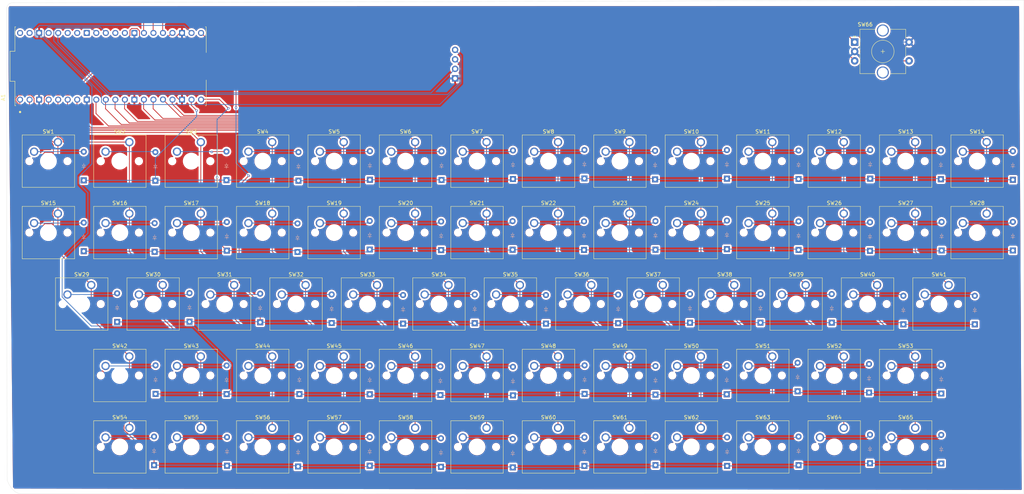
<source format=kicad_pcb>
(kicad_pcb (version 20241229) (generator "pcbnew") (generator_version "9.0")
  (layers (0 "F.Cu" signal) (2 "B.Cu" signal) (13 "F.Paste" user) (15 "B.Paste" user) (5 "F.SilkS" user "F.Silkscreen") (7 "B.SilkS" user "B.Silkscreen") (1 "F.Mask" user) (3 "B.Mask" user) (25 "Edge.Cuts" user))
  (net 0 "")
  (net 1 "VCC")
  (net 2 "GPIO21")
  (net 4 "ROW 2")
  (net 6 "GPIO20")
  (net 8 "COLUMN 2")
  (net 10 "GND")
  (net 11 "COLUMN 3")
  (net 12 "ROW 4")
  (net 13 "ROW 0")
  (net 14 "COLUMN 1")
  (net 16 "COLUMN 5")
  (net 17 "COLUMN 9")
  (net 18 "SCL")
  (net 19 "COLUMN 8")
  (net 20 "COLUMN 10")
  (net 22 "COLUMN 6")
  (net 23 "COLUMN 12")
  (net 25 "COLUMN 13")
  (net 26 "ROW 1")
  (net 27 "COLUMN 4")
  (net 28 "COLUMN 0")
  (net 29 "ROW 3")
  (net 31 "COLUMN 7")
  (net 32 "GPIO19")
  (net 33 "SDA")
  (net 34 "COLUMN 11")
  (net 35 "Net-(D1-A)")
  (net 36 "Net-(D2-A)")
  (net 37 "Net-(D3-A)")
  (net 38 "Net-(D4-A)")
  (net 39 "Net-(D5-A)")
  (net 40 "Net-(D6-A)")
  (net 41 "Net-(D7-A)")
  (net 42 "Net-(D8-A)")
  (net 43 "Net-(D9-A)")
  (net 44 "Net-(D10-A)")
  (net 45 "Net-(D11-A)")
  (net 46 "Net-(D12-A)")
  (net 47 "Net-(D13-A)")
  (net 48 "Net-(D14-A)")
  (net 49 "Net-(D15-A)")
  (net 50 "Net-(D16-A)")
  (net 51 "Net-(D17-A)")
  (net 52 "Net-(D18-A)")
  (net 53 "Net-(D19-A)")
  (net 54 "Net-(D20-A)")
  (net 55 "Net-(D21-A)")
  (net 56 "Net-(D22-A)")
  (net 57 "Net-(D23-A)")
  (net 58 "Net-(D24-A)")
  (net 59 "Net-(D25-A)")
  (net 60 "Net-(D26-A)")
  (net 61 "Net-(D27-A)")
  (net 62 "Net-(D28-A)")
  (net 63 "Net-(D29-A)")
  (net 64 "Net-(D30-A)")
  (net 65 "Net-(D31-A)")
  (net 66 "Net-(D32-A)")
  (net 67 "Net-(D33-A)")
  (net 68 "Net-(D34-A)")
  (net 69 "Net-(D35-A)")
  (net 70 "Net-(D36-A)")
  (net 71 "Net-(D37-A)")
  (net 72 "Net-(D38-A)")
  (net 73 "Net-(D39-A)")
  (net 74 "Net-(D40-A)")
  (net 75 "Net-(D41-A)")
  (net 76 "Net-(D42-A)")
  (net 77 "Net-(D43-A)")
  (net 78 "Net-(D44-A)")
  (net 79 "Net-(D45-A)")
  (net 80 "Net-(D46-A)")
  (net 81 "Net-(D47-A)")
  (net 82 "Net-(D48-A)")
  (net 83 "Net-(D49-A)")
  (net 84 "Net-(D50-A)")
  (net 85 "Net-(D51-A)")
  (net 86 "Net-(D52-A)")
  (net 87 "Net-(D53-A)")
  (net 88 "Net-(D54-A)")
  (net 89 "Net-(D55-A)")
  (net 90 "Net-(D56-A)")
  (net 91 "Net-(D57-A)")
  (net 92 "Net-(D58-A)")
  (net 93 "Net-(D59-A)")
  (net 94 "Net-(D60-A)")
  (net 95 "Net-(D61-A)")
  (net 96 "Net-(D62-A)")
  (net 97 "Net-(D63-A)")
  (net 98 "Net-(D64-A)")
  (net 99 "Net-(D65-A)")
  (footprint "Button_Switch_Keyboard:SW_Cherry_MX_1.00u_PCB" (layer "F.Cu") (at 168.91 71.12)
    (property "Reference" "SW8")
    (property "Value" "Key")
  )
  (footprint "Button_Switch_Keyboard:SW_Cherry_MX_1.00u_PCB" (layer "F.Cu") (at 264.16 128.27)
    (property "Reference" "SW53")
    (property "Value" "Key")
  )
  (footprint "Button_Switch_Keyboard:SW_Cherry_MX_1.00u_PCB" (layer "F.Cu") (at 207.01 128.27)
    (property "Reference" "SW50")
    (property "Value" "Key")
  )
  (footprint "Button_Switch_Keyboard:SW_Cherry_MX_1.00u_PCB" (layer "F.Cu") (at 54.61 90.17)
    (property "Reference" "SW16")
    (property "Value" "Key")
  )
  (footprint "Button_Switch_Keyboard:SW_Cherry_MX_1.00u_PCB" (layer "F.Cu") (at 168.91 90.17)
    (property "Reference" "SW22")
    (property "Value" "Key")
  )
  (footprint "Button_Switch_Keyboard:SW_Cherry_MX_1.00u_PCB" (layer "F.Cu") (at 168.91 128.27)
    (property "Reference" "SW48")
    (property "Value" "Key")
  )
  (footprint "Button_Switch_Keyboard:SW_Cherry_MX_1.00u_PCB" (layer "F.Cu") (at 139.7 109.22)
    (property "Reference" "SW34")
    (property "Value" "Key")
  )
  (footprint "Button_Switch_Keyboard:SW_Cherry_MX_1.00u_PCB" (layer "F.Cu") (at 130.81 147.32)
    (property "Reference" "SW58")
    (property "Value" "Key")
  )
  (footprint "Button_Switch_Keyboard:SW_Cherry_MX_1.00u_PCB" (layer "F.Cu") (at 92.71 147.32)
    (property "Reference" "SW56")
    (property "Value" "Key")
  )
  (footprint "Button_Switch_Keyboard:SW_Cherry_MX_1.00u_PCB" (layer "F.Cu") (at 92.71 71.12)
    (property "Reference" "SW4")
    (property "Value" "Key")
  )
  (footprint "1N4148:OLED_128x32" (layer "F.Cu") (at 139.87 44.33)
    (property "Reference" "J1" (hide yes))
    (property "Value" "OLED Screen")
  )
  (footprint "Button_Switch_Keyboard:SW_Cherry_MX_1.00u_PCB" (layer "F.Cu") (at 264.16 147.32)
    (property "Reference" "SW65")
    (property "Value" "Key")
  )
  (footprint "Button_Switch_Keyboard:SW_Cherry_MX_1.00u_PCB" (layer "F.Cu") (at 54.61 147.32)
    (property "Reference" "SW54")
    (property "Value" "Key")
  )
  (footprint "Button_Switch_Keyboard:SW_Cherry_MX_1.00u_PCB" (layer "F.Cu") (at 283.21 90.17)
    (property "Reference" "SW28")
    (property "Value" "Key")
  )
  (footprint "Button_Switch_Keyboard:SW_Cherry_MX_1.00u_PCB" (layer "F.Cu") (at 226.06 90.17)
    (property "Reference" "SW25")
    (property "Value" "Key")
  )
  (footprint "Button_Switch_Keyboard:SW_Cherry_MX_1.00u_PCB" (layer "F.Cu") (at 264.16 71.12)
    (property "Reference" "SW13")
    (property "Value" "Key")
  )
  (footprint "Button_Switch_Keyboard:SW_Cherry_MX_1.00u_PCB" (layer "F.Cu") (at 82.55 109.22)
    (property "Reference" "SW31")
    (property "Value" "Key")
  )
  (footprint "Button_Switch_Keyboard:SW_Cherry_MX_1.00u_PCB" (layer "F.Cu") (at 226.06 71.12)
    (property "Reference" "SW11")
    (property "Value" "Key")
  )
  (footprint "Button_Switch_Keyboard:SW_Cherry_MX_1.00u_PCB" (layer "F.Cu") (at 234.95 109.22)
    (property "Reference" "SW39")
    (property "Value" "Key")
  )
  (footprint "Button_Switch_Keyboard:SW_Cherry_MX_1.00u_PCB" (layer "F.Cu") (at 63.5 109.22)
    (property "Reference" "SW30")
    (property "Value" "Key")
  )
  (footprint "Button_Switch_Keyboard:SW_Cherry_MX_1.00u_PCB" (layer "F.Cu") (at 149.86 90.17)
    (property "Reference" "SW21")
    (property "Value" "Key")
  )
  (footprint "Button_Switch_Keyboard:SW_Cherry_MX_1.00u_PCB" (layer "F.Cu") (at 111.76 128.27)
    (property "Reference" "SW45")
    (property "Value" "Key")
  )
  (footprint "Button_Switch_Keyboard:SW_Cherry_MX_1.00u_PCB" (layer "F.Cu") (at 73.66 147.32)
    (property "Reference" "SW55")
    (property "Value" "Key")
  )
  (footprint "Button_Switch_Keyboard:SW_Cherry_MX_1.00u_PCB" (layer "F.Cu") (at 245.11 71.12)
    (property "Reference" "SW12")
    (property "Value" "Key")
  )
  (footprint "Button_Switch_Keyboard:SW_Cherry_MX_1.00u_PCB" (layer "F.Cu") (at 177.8 109.22)
    (property "Reference" "SW36")
    (property "Value" "Key")
  )
  (footprint "Button_Switch_Keyboard:SW_Cherry_MX_1.00u_PCB" (layer "F.Cu") (at 111.76 90.17)
    (property "Reference" "SW19")
    (property "Value" "Key")
  )
  (footprint "Button_Switch_Keyboard:SW_Cherry_MX_1.00u_PCB" (layer "F.Cu") (at 92.71 128.27)
    (property "Reference" "SW44")
    (property "Value" "Key")
  )
  (footprint "Button_Switch_Keyboard:SW_Cherry_MX_1.00u_PCB" (layer "F.Cu") (at 207.01 71.12)
    (property "Reference" "SW10")
    (property "Value" "Key")
  )
  (footprint "Button_Switch_Keyboard:SW_Cherry_MX_1.00u_PCB" (layer "F.Cu") (at 187.96 71.12)
    (property "Reference" "SW9")
    (property "Value" "Key")
  )
  (footprint "Button_Switch_Keyboard:SW_Cherry_MX_1.00u_PCB" (layer "F.Cu") (at 44.45 109.22)
    (property "Reference" "SW29")
    (property "Value" "Key")
  )
  (footprint "Button_Switch_Keyboard:SW_Cherry_MX_1.00u_PCB" (layer "F.Cu") (at 120.65 109.22)
    (property "Reference" "SW33")
    (property "Value" "Key")
  )
  (footprint "Button_Switch_Keyboard:SW_Cherry_MX_1.00u_PCB" (layer "F.Cu") (at 54.61 71.12)
    (property "Reference" "SW2")
    (property "Value" "Key")
  )
  (footprint "Button_Switch_Keyboard:SW_Cherry_MX_1.00u_PCB" (layer "F.Cu") (at 207.01 90.17)
    (property "Reference" "SW24")
    (property "Value" "Key")
  )
  (footprint "Button_Switch_Keyboard:SW_Cherry_MX_1.00u_PCB" (layer "F.Cu") (at 73.66 90.17)
    (property "Reference" "SW17")
    (property "Value" "Key")
  )
  (footprint "Button_Switch_Keyboard:SW_Cherry_MX_1.00u_PCB" (layer "F.Cu") (at 245.11 90.17)
    (property "Reference" "SW26")
    (property "Value" "Key")
  )
  (footprint "Rotary_Encoder:RotaryEncoder_Alps_EC11E-Switch_Vertical_H20mm_CircularMountingHoles" (layer "F.Cu") (at 248.02 44.45)
    (property "Reference" "SW66")
    (property "Value" "RotaryEncoder_Switch")
  )
  (footprint "Button_Switch_Keyboard:SW_Cherry_MX_1.00u_PCB" (layer "F.Cu") (at 273.05 109.22)
    (property "Reference" "SW41")
    (property "Value" "Key")
  )
  (footprint "Button_Switch_Keyboard:SW_Cherry_MX_1.00u_PCB" (layer "F.Cu") (at 264.16 90.17)
    (property "Reference" "SW27")
    (property "Value" "Key")
  )
  (footprint "Button_Switch_Keyboard:SW_Cherry_MX_1.00u_PCB" (layer "F.Cu") (at 73.66 128.27)
    (property "Reference" "SW43")
    (property "Value" "Key")
  )
  (footprint "Button_Switch_Keyboard:SW_Cherry_MX_1.00u_PCB" (layer "F.Cu") (at 187.96 90.17)
    (property "Reference" "SW23")
    (property "Value" "Key")
  )
  (footprint "Button_Switch_Keyboard:SW_Cherry_MX_1.00u_PCB" (layer "F.Cu") (at 226.06 147.32)
    (property "Reference" "SW63")
    (property "Value" "Key")
  )
  (footprint "Button_Switch_Keyboard:SW_Cherry_MX_1.00u_PCB" (layer "F.Cu") (at 283.21 71.12)
    (property "Reference" "SW14")
    (property "Value" "Key")
  )
  (footprint "Button_Switch_Keyboard:SW_Cherry_MX_1.00u_PCB" (layer "F.Cu") (at 111.76 147.32)
    (property "Reference" "SW57")
    (property "Value" "Key")
  )
  (footprint "Button_Switch_Keyboard:SW_Cherry_MX_1.00u_PCB" (layer "F.Cu") (at 101.6 109.22)
    (property "Reference" "SW32")
    (property "Value" "Key")
  )
  (footprint "Button_Switch_Keyboard:SW_Cherry_MX_1.00u_PCB" (layer "F.Cu") (at 226.06 128.27)
    (property "Reference" "SW51")
    (property "Value" "Key")
  )
  (footprint "Button_Switch_Keyboard:SW_Cherry_MX_1.00u_PCB" (layer "F.Cu") (at 245.11 147.32)
    (property "Reference" "SW64")
    (property "Value" "Key")
  )
  (footprint "Button_Switch_Keyboard:SW_Cherry_MX_1.00u_PCB" (layer "F.Cu") (at 130.81 128.27)
    (property "Reference" "SW46")
    (property "Value" "Key")
  )
  (footprint "Button_Switch_Keyboard:SW_Cherry_MX_1.00u_PCB" (layer "F.Cu") (at 149.86 128.27)
    (property "Reference" "SW47")
    (property "Value" "Key")
  )
  (footprint "Button_Switch_Keyboard:SW_Cherry_MX_1.00u_PCB" (layer "F.Cu") (at 245.11 128.27)
    (property "Reference" "SW52")
    (property "Value" "Key")
  )
  (footprint "Button_Switch_Keyboard:SW_Cherry_MX_1.00u_PCB" (layer "F.Cu") (at 35.56 90.17)
    (property "Reference" "SW15")
    (property "Value" "Key")
  )
  (footprint "Button_Switch_Keyboard:SW_Cherry_MX_1.00u_PCB" (layer "F.Cu") (at 168.91 147.32)
    (property "Reference" "SW60")
    (property "Value" "Key")
  )
  (footprint "1N4148:MODULE_SC0918" (layer "F.Cu") (at 49.6 50.9 90)
    (property "Reference" "A1")
    (property "Value" "RaspberryPi_Pico_W")
  )
  (footprint "Button_Switch_Keyboard:SW_Cherry_MX_1.00u_PCB" (layer "F.Cu") (at 130.81 71.12)
    (property "Reference" "SW6")
    (property "Value" "Key")
  )
  (footprint "Button_Switch_Keyboard:SW_Cherry_MX_1.00u_PCB" (layer "F.Cu") (at 187.96 128.27)
    (property "Reference" "SW49")
    (property "Value" "Key")
  )
  (footprint "Button_Switch_Keyboard:SW_Cherry_MX_1.00u_PCB" (layer "F.Cu") (at 149.86 147.32)
    (property "Reference" "SW59")
    (property "Value" "Key")
  )
  (footprint "Button_Switch_Keyboard:SW_Cherry_MX_1.00u_PCB" (layer "F.Cu") (at 254 109.22)
    (property "Reference" "SW40")
    (property "Value" "Key")
  )
  (footprint "Button_Switch_Keyboard:SW_Cherry_MX_1.00u_PCB" (layer "F.Cu") (at 196.85 109.22)
    (property "Reference" "SW37")
    (property "Value" "Key")
  )
  (footprint "Button_Switch_Keyboard:SW_Cherry_MX_1.00u_PCB" (layer "F.Cu") (at 130.81 90.17)
    (property "Reference" "SW20")
    (property "Value" "Key")
  )
  (footprint "Button_Switch_Keyboard:SW_Cherry_MX_1.00u_PCB" (layer "F.Cu") (at 54.61 128.27)
    (property "Reference" "SW42")
    (property "Value" "Key")
  )
  (footprint "Button_Switch_Keyboard:SW_Cherry_MX_1.00u_PCB" (layer "F.Cu") (at 187.96 147.32)
    (property "Reference" "SW61")
    (property "Value" "Key")
  )
  (footprint "Button_Switch_Keyboard:SW_Cherry_MX_1.00u_PCB" (layer "F.Cu") (at 149.86 71.12)
    (property "Reference" "SW7")
    (property "Value" "Key")
  )
  (footprint "Button_Switch_Keyboard:SW_Cherry_MX_1.00u_PCB" (layer "F.Cu") (at 73.66 71.12)
    (property "Reference" "SW3")
    (property "Value" "Key")
  )
  (footprint "Button_Switch_Keyboard:SW_Cherry_MX_1.00u_PCB" (layer "F.Cu") (at 207.01 147.32)
    (property "Reference" "SW62")
    (property "Value" "Key")
  )
  (footprint "Button_Switch_Keyboard:SW_Cherry_MX_1.00u_PCB" (layer "F.Cu") (at 92.71 90.17)
    (property "Reference" "SW18")
    (property "Value" "Key")
  )
  (footprint "Button_Switch_Keyboard:SW_Cherry_MX_1.00u_PCB" (layer "F.Cu") (at 158.75 109.22)
    (property "Reference" "SW35")
    (property "Value" "Key")
  )
  (footprint "Button_Switch_Keyboard:SW_Cherry_MX_1.00u_PCB" (layer "F.Cu") (at 215.9 109.22)
    (property "Reference" "SW38")
    (property "Value" "Key")
  )
  (footprint "Button_Switch_Keyboard:SW_Cherry_MX_1.00u_PCB" (layer "F.Cu") (at 111.76 71.12)
    (property "Reference" "SW5")
    (property "Value" "Key")
  )
  (footprint "Button_Switch_Keyboard:SW_Cherry_MX_1.00u_PCB" (layer "F.Cu") (at 35.56 71.12)
    (property "Reference" "SW1")
    (property "Value" "Key")
  )
  (footprint "1N4148:Diode_DO-35" (layer "B.Cu") (at 233.05 80.96 90)
    (property "Reference" "D11" (hide yes))
    (property "Value" "D" (hide yes))
  )
  (footprint "1N4148:Diode_DO-35" (layer "B.Cu") (at 175.85 99.86 90)
    (property "Reference" "D22" (hide yes))
    (property "Value" "D" (hide yes))
  )
  (footprint "1N4148:Diode_DO-35" (layer "B.Cu") (at 51.35 119.06 90)
    (property "Reference" "D29" (hide yes))
    (property "Value" "D" (hide yes))
  )
  (footprint "1N4148:Diode_DO-35" (layer "B.Cu") (at 194.9 138.46 90)
    (property "Reference" "D49" (hide yes))
    (property "Value" "D" (hide yes))
  )
  (footprint "1N4148:Diode_DO-35" (layer "B.Cu") (at 156.85 157.86 90)
    (property "Reference" "D59" (hide yes))
    (property "Value" "D" (hide yes))
  )
  (footprint "1N4148:Diode_DO-35" (layer "B.Cu") (at 194.8 81.06 90)
    (property "Reference" "D9" (hide yes))
    (property "Value" "D" (hide yes))
  )
  (footprint "1N4148:Diode_DO-35" (layer "B.Cu") (at 232.8 137.57 90)
    (property "Reference" "D51" (hide yes))
    (property "Value" "D" (hide yes))
  )
  (footprint "1N4148:Diode_DO-35" (layer "B.Cu") (at 99.7 81.41 90)
    (property "Reference" "D4" (hide yes))
    (property "Value" "D" (hide yes))
  )
  (footprint "1N4148:Diode_DO-35" (layer "B.Cu") (at 99.95 138.31 90)
    (property "Reference" "D44" (hide yes))
    (property "Value" "D" (hide yes))
  )
  (footprint "1N4148:Diode_DO-35" (layer "B.Cu") (at 213.95 80.86 90)
    (property "Reference" "D10" (hide yes))
    (property "Value" "D" (hide yes))
  )
  (footprint "1N4148:Diode_DO-35" (layer "B.Cu") (at 175.95 80.81 90)
    (property "Reference" "D8" (hide yes))
    (property "Value" "D" (hide yes))
  )
  (footprint "1N4148:Diode_DO-35" (layer "B.Cu") (at 89.5 119.16 90)
    (property "Reference" "D31" (hide yes))
    (property "Value" "D" (hide yes))
  )
  (footprint "1N4148:Diode_DO-35" (layer "B.Cu") (at 194.9 157.26 90)
    (property "Reference" "D61" (hide yes))
    (property "Value" "D" (hide yes))
  )
  (footprint "1N4148:Diode_DO-35" (layer "B.Cu") (at 108.55 119.36 90)
    (property "Reference" "D32" (hide yes))
    (property "Value" "D" (hide yes))
  )
  (footprint "1N4148:Diode_DO-35" (layer "B.Cu") (at 61.35 100.36 90)
    (property "Reference" "D16" (hide yes))
    (property "Value" "D" (hide yes))
  )
  (footprint "1N4148:Diode_DO-35" (layer "B.Cu") (at 156.9 138.66 90)
    (property "Reference" "D47" (hide yes))
    (property "Value" "D" (hide yes))
  )
  (footprint "1N4148:Diode_DO-35" (layer "B.Cu") (at 194.9 99.81 90)
    (property "Reference" "D23" (hide yes))
    (property "Value" "D" (hide yes))
  )
  (footprint "1N4148:Diode_DO-35" (layer "B.Cu") (at 175.95 157.46 90)
    (property "Reference" "D60" (hide yes))
    (property "Value" "D" (hide yes))
  )
  (footprint "1N4148:Diode_DO-35" (layer "B.Cu") (at 252.15 80.86 90)
    (property "Reference" "D12" (hide yes))
    (property "Value" "D" (hide yes))
  )
  (footprint "1N4148:Diode_DO-35" (layer "B.Cu") (at 271.1 156.81 90)
    (property "Reference" "D65" (hide yes))
    (property "Value" "D" (hide yes))
  )
  (footprint "1N4148:Diode_DO-35" (layer "B.Cu") (at 271.2 100.01 90)
    (property "Reference" "D27" (hide yes))
    (property "Value" "D" (hide yes))
  )
  (footprint "1N4148:Diode_DO-35" (layer "B.Cu") (at 251.85 137.91 90)
    (property "Reference" "D52" (hide yes))
    (property "Value" "D" (hide yes))
  )
  (footprint "1N4148:Diode_DO-35" (layer "B.Cu") (at 137.55 138.56 90)
    (property "Reference" "D46" (hide yes))
    (property "Value" "D" (hide yes))
  )
  (footprint "1N4148:Diode_DO-35" (layer "B.Cu") (at 213.9 138.36 90)
    (property "Reference" "D50" (hide yes))
    (property "Value" "D" (hide yes))
  )
  (footprint "1N4148:Diode_DO-35" (layer "B.Cu") (at 222.9 119.26 90)
    (property "Reference" "D38" (hide yes))
    (property "Value" "D" (hide yes))
  )
  (footprint "1N4148:Diode_DO-35" (layer "B.Cu") (at 137.85 81.21 90)
    (property "Reference" "D6" (hide yes))
    (property "Value" "D" (hide yes))
  )
  (footprint "1N4148:Diode_DO-35" (layer "B.Cu") (at 156.9 80.96 90)
    (property "Reference" "D7" (hide yes))
    (property "Value" "D" (hide yes))
  )
  (footprint "1N4148:Diode_DO-35" (layer "B.Cu") (at 204.1 119.27 90)
    (property "Reference" "D37" (hide yes))
    (property "Value" "D" (hide yes))
  )
  (footprint "1N4148:Diode_DO-35" (layer "B.Cu") (at 118.7 99.76 90)
    (property "Reference" "D19" (hide yes))
    (property "Value" "D" (hide yes))
  )
  (footprint "1N4148:Diode_DO-35" (layer "B.Cu") (at 233.05 99.86 90)
    (property "Reference" "D25" (hide yes))
    (property "Value" "D" (hide yes))
  )
  (footprint "1N4148:Diode_DO-35" (layer "B.Cu") (at 42.45 81.31 90)
    (property "Reference" "D1" (hide yes))
    (property "Value" "D" (hide yes))
  )
  (footprint "1N4148:Diode_DO-35" (layer "B.Cu") (at 42.45 100.21 90)
    (property "Reference" "D15" (hide yes))
    (property "Value" "D" (hide yes))
  )
  (footprint "1N4148:Diode_DO-35" (layer "B.Cu") (at 118.75 81.16 90)
    (property "Reference" "D5" (hide yes))
    (property "Value" "D" (hide yes))
  )
  (footprint "1N4148:Diode_DO-35" (layer "B.Cu") (at 80.65 157.41 90)
    (property "Reference" "D55" (hide yes))
    (property "Value" "D" (hide yes))
  )
  (footprint "1N4148:Diode_DO-35" (layer "B.Cu") (at 146.7 119.41 90)
    (property "Reference" "D34" (hide yes))
    (property "Value" "D" (hide yes))
  )
  (footprint "1N4148:Diode_DO-35" (layer "B.Cu") (at 165.7 119.52 90)
    (property "Reference" "D35" (hide yes))
    (property "Value" "D" (hide yes))
  )
  (footprint "1N4148:Diode_DO-35" (layer "B.Cu") (at 80.5 81.26 90)
    (property "Reference" "D3" (hide yes))
    (property "Value" "D" (hide yes))
  )
  (footprint "1N4148:Diode_DO-35" (layer "B.Cu") (at 156.8 99.81 90)
    (property "Reference" "D21" (hide yes))
    (property "Value" "D" (hide yes))
  )
  (footprint "1N4148:Diode_DO-35" (layer "B.Cu") (at 280.05 119.71 90)
    (property "Reference" "D41" (hide yes))
    (property "Value" "D" (hide yes))
  )
  (footprint "1N4148:Diode_DO-35" (layer "B.Cu") (at 61.2 157.26 90)
    (property "Reference" "D54" (hide yes))
    (property "Value" "D" (hide yes))
  )
  (footprint "1N4148:Diode_DO-35" (layer "B.Cu") (at 118.7 157.41 90)
    (property "Reference" "D57" (hide yes))
    (property "Value" "D" (hide yes))
  )
  (footprint "1N4148:Diode_DO-35" (layer "B.Cu") (at 176 138.26 90)
    (property "Reference" "D48" (hide yes))
    (property "Value" "D" (hide yes))
  )
  (footprint "1N4148:Diode_DO-35" (layer "B.Cu") (at 271 81.01 90)
    (property "Reference" "D13" (hide yes))
    (property "Value" "D" (hide yes))
  )
  (footprint "1N4148:Diode_DO-35" (layer "B.Cu") (at 99.6 157.61 90)
    (property "Reference" "D56" (hide yes))
    (property "Value" "D" (hide yes))
  )
  (footprint "1N4148:Diode_DO-35" (layer "B.Cu") (at 290.2 100.01 90)
    (property "Reference" "D28" (hide yes))
    (property "Value" "D" (hide yes))
  )
  (footprint "1N4148:Diode_DO-35" (layer "B.Cu") (at 127.6 119.52 90)
    (property "Reference" "D33" (hide yes))
    (property "Value" "D" (hide yes))
  )
  (footprint "1N4148:Diode_DO-35" (layer "B.Cu") (at 137.75 99.91 90)
    (property "Reference" "D20" (hide yes))
    (property "Value" "D" (hide yes))
  )
  (footprint "1N4148:Diode_DO-35" (layer "B.Cu") (at 271.1 138.16 90)
    (property "Reference" "D53" (hide yes))
    (property "Value" "D" (hide yes))
  )
  (footprint "1N4148:Diode_DO-35" (layer "B.Cu") (at 261 119.71 90)
    (property "Reference" "D40" (hide yes))
    (property "Value" "D" (hide yes))
  )
  (footprint "1N4148:Diode_DO-35" (layer "B.Cu") (at 137.7 157.71 90)
    (property "Reference" "D58" (hide yes))
    (property "Value" "D" (hide yes))
  )
  (footprint "1N4148:Diode_DO-35" (layer "B.Cu") (at 118.7 138.36 90)
    (property "Reference" "D45" (hide yes))
    (property "Value" "D" (hide yes))
  )
  (footprint "1N4148:Diode_DO-35" (layer "B.Cu") (at 61.6 138.26 90)
    (property "Reference" "D42" (hide yes))
    (property "Value" "D" (hide yes))
  )
  (footprint "1N4148:Diode_DO-35" (layer "B.Cu") (at 80.6 100.06 90)
    (property "Reference" "D17" (hide yes))
    (property "Value" "D" (hide yes))
  )
  (footprint "1N4148:Diode_DO-35" (layer "B.Cu") (at 214 157.46 90)
    (property "Reference" "D62" (hide yes))
    (property "Value" "D" (hide yes))
  )
  (footprint "1N4148:Diode_DO-35" (layer "B.Cu") (at 70.65 119.01 90)
    (property "Reference" "D30" (hide yes))
    (property "Value" "D" (hide yes))
  )
  (footprint "1N4148:Diode_DO-35" (layer "B.Cu") (at 252.1 100.11 90)
    (property "Reference" "D26" (hide yes))
    (property "Value" "D" (hide yes))
  )
  (footprint "1N4148:Diode_DO-35" (layer "B.Cu") (at 233.05 157.26 90)
    (property "Reference" "D63" (hide yes))
    (property "Value" "D" (hide yes))
  )
  (footprint "1N4148:Diode_DO-35" (layer "B.Cu") (at 213.95 99.66 90)
    (property "Reference" "D24" (hide yes))
    (property "Value" "D" (hide yes))
  )
  (footprint "1N4148:Diode_DO-35" (layer "B.Cu") (at 61.55 81.41 90)
    (property "Reference" "D2" (hide yes))
    (property "Value" "D" (hide yes))
  )
  (footprint "1N4148:Diode_DO-35" (layer "B.Cu") (at 241.9 119.26 90)
    (property "Reference" "D39" (hide yes))
    (property "Value" "D" (hide yes))
  )
  (footprint "1N4148:Diode_DO-35" (layer "B.Cu") (at 99.45 100.42 90)
    (property "Reference" "D18" (hide yes))
    (property "Value" "D" (hide yes))
  )
  (footprint "1N4148:Diode_DO-35" (layer "B.Cu") (at 184.95 119.41 90)
    (property "Reference" "D36" (hide yes))
    (property "Value" "D" (hide yes))
  )
  (footprint "1N4148:Diode_DO-35" (layer "B.Cu") (at 80.55 138.31 90)
    (property "Reference" "D43" (hide yes))
    (property "Value" "D" (hide yes))
  )
  (footprint "1N4148:Diode_DO-35" (layer "B.Cu") (at 252.1 156.76 90)
    (property "Reference" "D64" (hide yes))
    (property "Value" "D" (hide yes))
  )
  (footprint "1N4148:Diode_DO-35" (layer "B.Cu") (at 290.2 81.16 90)
    (property "Reference" "D14" (hide yes))
    (property "Value" "D" (hide yes))
  )
  (gr_arc (start 21.9 35.7) (mid 22.370164 34.40721) (end 23.66823 33.951814) (stroke (width 0.05)) (layer "Edge.Cuts"))
  (gr_line (start 21.9 35.7) (end 22 161.2) (stroke (width 0.05)) (layer "Edge.Cuts"))
  (gr_curve (pts (xy 25.4 164.85) (xy 23.1 164.5) (xy 22 161.2) (xy 22 161.2)) (stroke (width 0.05)) (layer "Edge.Cuts"))
  (gr_line (start 293.15 33.25) (end 23.66823 33.951814) (stroke (width 0.05)) (layer "Edge.Cuts"))
  (gr_line (start 25.4 164.85) (end 293.1 164.95) (stroke (width 0.05)) (layer "Edge.Cuts"))
  (gr_line (start 293.1 164.8) (end 293.15 33.25) (stroke (width 0.05)) (layer "Edge.Cuts"))
  (segment (start 141.47 51.59) (end 135.059 58.001) (width 0.2) (layer "B.Cu") (net 1))
  (segment (start 135.059 58.001) (end 49.051 58.001) (width 0.2) (layer "B.Cu") (net 1))
  (segment (start 49.051 58.001) (end 35.56 44.51) (width 0.2) (layer "B.Cu") (net 1))
  (segment (start 35.56 44.51) (end 35.56 41.91) (width 0.2) (layer "B.Cu") (net 1))
  (segment (start 255.622 49.45) (end 243.871 37.699) (width 0.2) (layer "F.Cu") (net 2))
  (segment (start 59.289 37.699) (end 58.42 38.568) (width 0.2) (layer "F.Cu") (net 2))
  (segment (start 243.871 37.699) (end 59.289 37.699) (width 0.2) (layer "F.Cu") (net 2))
  (segment (start 58.42 38.568) (end 58.42 41.91) (width 0.2) (layer "F.Cu") (net 2))
  (segment (start 262.52 49.45) (end 255.622 49.45) (width 0.2) (layer "F.Cu") (net 2))
  (segment (start 83.05 51.3) (end 83.05 61.9) (width 0.2) (layer "F.Cu") (net 4))
  (segment (start 73.66 41.91) (end 83.05 51.3) (width 0.2) (layer "F.Cu") (net 4))
  (segment (start 89.5 114.188686) (end 89.5 119.16) (width 0.2) (layer "F.Cu") (net 4))
  (segment (start 86.45 80.1) (end 83.889 82.661) (width 0.2) (layer "F.Cu") (net 4))
  (segment (start 83.889 82.661) (end 83.889 108.577686) (width 0.2) (layer "F.Cu") (net 4))
  (segment (start 83.889 108.577686) (end 89.5 114.188686) (width 0.2) (layer "F.Cu") (net 4))
  (via (at 86.45 80.1) (size 0.6) (drill 0.3) (layers "F.Cu" "B.Cu") (net 4))
  (via (at 83.05 61.9) (size 0.6) (drill 0.3) (layers "F.Cu" "B.Cu") (net 4))
  (segment (start 127.44 119.36) (end 127.6 119.52) (width 0.2) (layer "B.Cu") (net 4))
  (segment (start 108.55 119.36) (end 127.44 119.36) (width 0.2) (layer "B.Cu") (net 4))
  (segment (start 108.35 119.16) (end 108.55 119.36) (width 0.2) (layer "B.Cu") (net 4))
  (segment (start 260.55 119.26) (end 261 119.71) (width 0.2) (layer "B.Cu") (net 4))
  (segment (start 204.1 119.27) (end 222.89 119.27) (width 0.2) (layer "B.Cu") (net 4))
  (segment (start 70.65 119.01) (end 89.35 119.01) (width 0.2) (layer "B.Cu") (net 4))
  (segment (start 83.05 76.7) (end 86.45 80.1) (width 0.2) (layer "B.Cu") (net 4))
  (segment (start 70.6 119.06) (end 70.65 119.01) (width 0.2) (layer "B.Cu") (net 4))
  (segment (start 146.7 119.41) (end 165.59 119.41) (width 0.2) (layer "B.Cu") (net 4))
  (segment (start 222.9 119.26) (end 241.9 119.26) (width 0.2) (layer "B.Cu") (net 4))
  (segment (start 165.59 119.41) (end 165.7 119.52) (width 0.2) (layer "B.Cu") (net 4))
  (segment (start 241.9 119.26) (end 260.55 119.26) (width 0.2) (layer "B.Cu") (net 4))
  (segment (start 127.82 119.52) (end 127.93 119.41) (width 0.2) (layer "B.Cu") (net 4))
  (segment (start 51.35 119.06) (end 70.6 119.06) (width 0.2) (layer "B.Cu") (net 4))
  (segment (start 89.5 119.16) (end 108.35 119.16) (width 0.2) (layer "B.Cu") (net 4))
  (segment (start 203.96 119.41) (end 204.1 119.27) (width 0.2) (layer "B.Cu") (net 4))
  (segment (start 184.84 119.52) (end 184.95 119.41) (width 0.2) (layer "B.Cu") (net 4))
  (segment (start 127.6 119.52) (end 127.82 119.52) (width 0.2) (layer "B.Cu") (net 4))
  (segment (start 184.95 119.41) (end 203.96 119.41) (width 0.2) (layer "B.Cu") (net 4))
  (segment (start 165.7 119.52) (end 184.84 119.52) (width 0.2) (layer "B.Cu") (net 4))
  (segment (start 127.93 119.41) (end 146.7 119.41) (width 0.2) (layer "B.Cu") (net 4))
  (segment (start 261 119.71) (end 280.05 119.71) (width 0.2) (layer "B.Cu") (net 4))
  (segment (start 222.89 119.27) (end 222.9 119.26) (width 0.2) (layer "B.Cu") (net 4))
  (segment (start 89.35 119.01) (end 89.5 119.16) (width 0.2) (layer "B.Cu") (net 4))
  (segment (start 83.05 61.9) (end 83.05 76.7) (width 0.2) (layer "B.Cu") (net 4))
  (segment (start 241.67 38.1) (end 62.23 38.1) (width 0.2) (layer "F.Cu") (net 6))
  (segment (start 62.23 38.1) (end 60.96 39.37) (width 0.2) (layer "F.Cu") (net 6))
  (segment (start 248.02 44.45) (end 241.67 38.1) (width 0.2) (layer "F.Cu") (net 6))
  (segment (start 60.96 39.37) (end 60.96 41.91) (width 0.2) (layer "F.Cu") (net 6))
  (segment (start 82.55 118.11) (end 82.55 109.22) (width 0.2) (layer "F.Cu") (net 8))
  (segment (start 37.74855 68.58) (end 33.02 63.85145) (width 0.2) (layer "F.Cu") (net 8))
  (segment (start 71.12 68.58) (end 37.74855 68.58) (width 0.2) (layer "F.Cu") (net 8))
  (segment (start 82.55 109.22) (end 73.66 100.33) (width 0.2) (layer "F.Cu") (net 8))
  (segment (start 73.66 90.17) (end 73.66 71.12) (width 0.2) (layer "F.Cu") (net 8))
  (segment (start 73.66 71.12) (end 71.12 68.58) (width 0.2) (layer "F.Cu") (net 8))
  (segment (start 92.71 128.27) (end 82.55 118.11) (width 0.2) (layer "F.Cu") (net 8))
  (segment (start 92.71 147.32) (end 92.71 128.27) (width 0.2) (layer "F.Cu") (net 8))
  (segment (start 33.02 63.85145) (end 33.02 59.69) (width 0.2) (layer "F.Cu") (net 8))
  (segment (start 73.66 100.33) (end 73.66 90.17) (width 0.2) (layer "F.Cu") (net 8))
  (segment (start 30.48 59.69) (end 30.48 41.91) (width 0.2) (layer "F.Cu") (net 10))
  (segment (start 67.775 59.69) (end 66.429 58.344) (width 0.2) (layer "F.Cu") (net 10))
  (segment (start 68.58 59.69) (end 67.775 59.69) (width 0.2) (layer "F.Cu") (net 10))
  (segment (start 55.88 59.69) (end 55.88 41.91) (width 0.2) (layer "F.Cu") (net 10))
  (segment (start 68.177164 41.91) (end 68.58 41.91) (width 0.2) (layer "F.Cu") (net 10))
  (segment (start 66.429 43.658164) (end 68.177164 41.91) (width 0.2) (layer "F.Cu") (net 10))
  (segment (start 66.429 58.344) (end 66.429 43.658164) (width 0.2) (layer "F.Cu") (net 10))
  (segment (start 262.52 44.45) (end 261.62 44.45) (width 0.2) (layer "F.Cu") (net 10))
  (segment (start 248.02 46.95) (end 244.669 43.599) (width 0.2) (layer "B.Cu") (net 10))
  (segment (start 250.52 44.45) (end 248.02 46.95) (width 0.2) (layer "B.Cu") (net 10))
  (segment (start 244.669 43.599) (end 70.269 43.599) (width 0.2) (layer "B.Cu") (net 10))
  (segment (start 70.269 43.599) (end 68.58 41.91) (width 0.2) (layer "B.Cu") (net 10))
  (segment (start 250.52 44.45) (end 262.52 44.45) (width 0.2) (layer "B.Cu") (net 10))
  (segment (start 101.6 118.11) (end 101.6 109.22) (width 0.2) (layer "F.Cu") (net 11))
  (segment (start 40.0729 68.0129) (end 35.56 63.5) (width 0.2) (layer "F.Cu") (net 11))
  (segment (start 35.56 63.5) (end 35.56 59.69) (width 0.2) (layer "F.Cu") (net 11))
  (segment (start 89.6029 68.0129) (end 40.0729 68.0129) (width 0.2) (layer "F.Cu") (net 11))
  (segment (start 111.76 147.32) (end 111.76 128.27) (width 0.2) (layer "F.Cu") (net 11))
  (segment (start 92.71 100.33) (end 92.71 90.17) (width 0.2) (layer "F.Cu") (net 11))
  (segment (start 101.6 109.22) (end 92.71 100.33) (width 0.2) (layer "F.Cu") (net 11))
  (segment (start 92.71 90.17) (end 92.71 71.12) (width 0.2) (layer "F.Cu") (net 11))
  (segment (start 92.71 71.12) (end 89.6029 68.0129) (width 0.2) (layer "F.Cu") (net 11))
  (segment (start 111.76 128.27) (end 101.6 118.11) (width 0.2) (layer "F.Cu") (net 11))
  (segment (start 66.04 41.91) (end 57.319 50.631) (width 0.2) (layer "F.Cu") (net 12))
  (segment (start 24.586936 58.589) (end 24.850443 58.852507) (width 0.2) (layer "F.Cu") (net 12))
  (segment (start 53.209 147.900314) (end 54.029686 148.721) (width 0.2) (layer "F.Cu") (net 12))
  (segment (start 33.993816 92.899) (end 32.046184 92.899) (width 0.2) (layer "F.Cu") (net 12))
  (segment (start 32.046184 92.899) (end 30.669 94.276184) (width 0.2) (layer "F.Cu") (net 12))
  (segment (start 57.319 41.464936) (end 56.658064 40.804) (width 0.2) (layer "F.Cu") (net 12))
  (segment (start 61.2 155.8) (end 61.2 157.26) (width 0.2) (layer "F.Cu") (net 12))
  (segment (start 57.319 50.631) (end 57.319 41.464936) (width 0.2) (layer "F.Cu") (net 12))
  (segment (start 24.850443 58.852507) (end 24.369 59.33395) (width 0.2) (layer "F.Cu") (net 12))
  (segment (start 29.80145 61.2) (end 29.202116 60.600666) (width 0.2) (layer "F.Cu") (net 12))
  (segment (start 38.904594 58.589) (end 32.56395 58.589) (width 0.2) (layer "F.Cu") (net 12))
  (segment (start 34.35 97.244816) (end 34.35 119.95) (width 0.2) (layer "F.Cu") (net 12))
  (segment (start 29.202116 59.395066) (end 28.39605 58.589) (width 0.2) (layer "F.Cu") (net 12))
  (segment (start 24.999 62.3961) (end 34.1239 71.521) (width 0.2) (layer "F.Cu") (net 12))
  (segment (start 31.3 61.2) (end 29.80145 61.2) (width 0.2) (layer "F.Cu") (net 12))
  (segment (start 34.159 71.700314) (end 34.35 71.891314) (width 0.2) (layer "F.Cu") (net 12))
  (segment (start 54.774 41.271936) (end 54.774 42.719594) (width 0.2) (layer "F.Cu") (net 12))
  (segment (start 34.35 93.255184) (end 33.993816 92.899) (width 0.2) (layer "F.Cu") (net 12))
  (segment (start 34.35 119.95) (end 46.549 132.149) (width 0.2) (layer "F.Cu") (net 12))
  (segment (start 56.625765 151.225765) (end 56.65253 151.199) (width 0.2) (layer "F.Cu") (net 12))
  (segment (start 34.35 71.891314) (end 34.35 74.205184) (width 0.2) (layer "F.Cu") (net 12))
  (segment (start 58.351 151.90253) (end 58.351 152.89747) (width 0.2) (layer "F.Cu") (net 12))
  (segment (start 54.121 148.721) (end 56.625765 151.225765) (width 0.2) (layer "F.Cu") (net 12))
  (segment (start 33.993816 73.849) (end 32.046184 73.849) (width 0.2) (layer "F.Cu") (net 12))
  (segment (start 24.369 59.33395) (end 24.369 60.24605) (width 0.2) (layer "F.Cu") (net 12))
  (segment (start 31.919 60.581) (end 31.3 61.2) (width 0.2) (layer "F.Cu") (net 12))
  (segment (start 48.191 132.85253) (end 48.191 133.791) (width 0.2) (layer "F.Cu") (net 12))
  (segment (start 34.35 74.205184) (end 33.993816 73.849) (width 0.2) (layer "F.Cu") (net 12))
  (segment (start 57.64747 151.199) (end 58.351 151.90253) (width 0.2) (layer "F.Cu") (net 12))
  (segment (start 34.35 90.941314) (end 34.35 93.255184) (width 0.2) (layer "F.Cu") (net 12))
  (segment (start 24.999 60.87605) (end 24.999 62.3961) (width 0.2) (layer "F.Cu") (net 12))
  (segment (start 30.669 75.226184) (end 30.669 77.173816) (width 0.2) (layer "F.Cu") (net 12))
  (segment (start 29.202116 60.600666) (end 29.202116 59.395066) (width 0.2) (layer "F.Cu") (net 12))
  (segment (start 48.191 133.791) (end 53.209 138.809) (width 0.2) (layer "F.Cu") (net 12))
  (segment (start 30.669 96.223816) (end 32.046184 97.601) (width 0.2) (layer "F.Cu") (net 12))
  (segment (start 55.241936 40.804) (end 54.774 41.271936) (width 0.2) (layer "F.Cu") (net 12))
  (segment (start 56.65253 151.199) (end 57.64747 151.199) (width 0.2) (layer "F.Cu") (net 12))
  (segment (start 34.159 89.589686) (end 34.159 90.750314) (width 0.2) (layer "F.Cu") (net 12))
  (segment (start 30.669 94.276184) (end 30.669 96.223816) (width 0.2) (layer "F.Cu") (net 12))
  (segment (start 56.658064 40.804) (end 55.241936 40.804) (width 0.2) (layer "F.Cu") (net 12))
  (segment (start 34.35 78.194816) (end 34.35 89.398686) (width 0.2) (layer "F.Cu") (net 12))
  (segment (start 34.159 90.750314) (end 34.35 90.941314) (width 0.2) (layer "F.Cu") (net 12))
  (segment (start 28.39605 58.589) (end 24.586936 58.589) (width 0.2) (layer "F.Cu") (net 12))
  (segment (start 30.669 77.173816) (end 32.046184 78.551) (width 0.2) (layer "F.Cu") (net 12))
  (segment (start 54.029686 148.721) (end 54.121 148.721) (width 0.2) (layer "F.Cu") (net 12))
  (segment (start 31.919 59.23395) (end 31.919 60.581) (width 0.2) (layer "F.Cu") (net 12))
  (segment (start 32.046184 78.551) (end 33.993816 78.551) (width 0.2) (layer "F.Cu") (net 12))
  (segment (start 47.48747 132.149) (end 48.191 132.85253) (width 0.2) (layer "F.Cu") (net 12))
  (segment (start 34.1239 71.521) (end 34.159 71.521) (width 0.2) (layer "F.Cu") (net 12))
  (segment (start 46.549 132.149) (end 47.48747 132.149) (width 0.2) (layer "F.Cu") (net 12))
  (segment (start 32.046184 97.601) (end 33.993816 97.601) (width 0.2) (layer "F.Cu") (net 12))
  (segment (start 34.35 89.398686) (end 34.159 89.589686) (width 0.2) (layer "F.Cu") (net 12))
  (segment (start 54.774 42.719594) (end 38.904594 58.589) (width 0.2) (layer "F.Cu") (net 12))
  (segment (start 33.993816 78.551) (end 34.35 78.194816) (width 0.2) (layer "F.Cu") (net 12))
  (segment (start 32.56395 58.589) (end 31.919 59.23395) (width 0.2) (layer "F.Cu") (net 12))
  (segment (start 34.159 71.521) (end 34.159 71.700314) (width 0.2) (layer "F.Cu") (net 12))
  (segment (start 58.324235 152.924235) (end 61.2 155.8) (width 0.2) (layer "F.Cu") (net 12))
  (segment (start 24.369 60.24605) (end 24.999 60.87605) (width 0.2) (layer "F.Cu") (net 12))
  (segment (start 53.209 138.809) (end 53.209 147.900314) (width 0.2) (layer "F.Cu") (net 12))
  (segment (start 33.993816 97.601) (end 34.35 97.244816) (width 0.2) (layer "F.Cu") (net 12))
  (segment (start 58.351 152.89747) (end 58.324235 152.924235) (width 0.2) (layer "F.Cu") (net 12))
  (segment (start 32.046184 73.849) (end 30.669 75.226184) (width 0.2) (layer "F.Cu") (net 12))
  (segment (start 233.05 157.26) (end 233.29 157.26) (width 0.2) (layer "B.Cu") (net 12))
  (segment (start 175.55 157.86) (end 175.95 157.46) (width 0.2) (layer "B.Cu") (net 12))
  (segment (start 80.65 157.41) (end 99.4 157.41) (width 0.2) (layer "B.Cu") (net 12))
  (segment (start 271.05 156.76) (end 271.1 156.81) (width 0.2) (layer "B.Cu") (net 12))
  (segment (start 233.29 157.26) (end 233.79 156.76) (width 0.2) (layer "B.Cu") (net 12))
  (segment (start 137.7 157.71) (end 156.7 157.71) (width 0.2) (layer "B.Cu") (net 12))
  (segment (start 156.7 157.71) (end 156.85 157.86) (width 0.2) (layer "B.Cu") (net 12))
  (segment (start 118.7 157.41) (end 137.4 157.41) (width 0.2) (layer "B.Cu") (net 12))
  (segment (start 156.85 157.86) (end 175.55 157.86) (width 0.2) (layer "B.Cu") (net 12))
  (segment (start 214 157.46) (end 232.85 157.46) (width 0.2) (layer "B.Cu") (net 12))
  (segment (start 213.8 157.26) (end 214 157.46) (width 0.2) (layer "B.Cu") (net 12))
  (segment (start 80.5 157.26) (end 80.65 157.41) (width 0.2) (layer "B.Cu") (net 12))
  (segment (start 194.9 157.26) (end 213.8 157.26) (width 0.2) (layer "B.Cu") (net 12))
  (segment (start 175.95 157.46) (end 194.7 157.46) (width 0.2) (layer "B.Cu") (net 12))
  (segment (start 99.6 157.61) (end 118.5 157.61) (width 0.2) (layer "B.Cu") (net 12))
  (segment (start 118.5 157.61) (end 118.7 157.41) (width 0.2) (layer "B.Cu") (net 12))
  (segment (start 233.79 156.76) (end 252.1 156.76) (width 0.2) (layer "B.Cu") (net 12))
  (segment (start 61.2 157.26) (end 80.5 157.26) (width 0.2) (layer "B.Cu") (net 12))
  (segment (start 194.7 157.46) (end 194.9 157.26) (width 0.2) (layer "B.Cu") (net 12))
  (segment (start 99.4 157.41) (end 99.6 157.61) (width 0.2) (layer "B.Cu") (net 12))
  (segment (start 137.4 157.41) (end 137.7 157.71) (width 0.2) (layer "B.Cu") (net 12))
  (segment (start 252.1 156.76) (end 271.05 156.76) (width 0.2) (layer "B.Cu") (net 12))
  (segment (start 232.85 157.46) (end 233.05 157.26) (width 0.2) (layer "B.Cu") (net 12))
  (segment (start 71.12 61.27) (end 72.55 62.7) (width 0.2) (layer "F.Cu") (net 13))
  (segment (start 71.12 59.69) (end 71.12 61.27) (width 0.2) (layer "F.Cu") (net 13))
  (via (at 72.55 62.7) (size 0.6) (drill 0.3) (layers "F.Cu" "B.Cu") (net 13))
  (segment (start 61.94 81.26) (end 80.5 81.26) (width 0.2) (layer "B.Cu") (net 13))
  (segment (start 194.55 80.81) (end 194.8 81.06) (width 0.2) (layer "B.Cu") (net 13))
  (segment (start 252.05 80.96) (end 252.15 80.86) (width 0.2) (layer "B.Cu") (net 13))
  (segment (start 156.65 81.21) (end 156.9 80.96) (width 0.2) (layer "B.Cu") (net 13))
  (segment (start 175.95 80.81) (end 194.55 80.81) (width 0.2) (layer "B.Cu") (net 13))
  (segment (start 232.95 80.86) (end 233.05 80.96) (width 0.2) (layer "B.Cu") (net 13))
  (segment (start 80.5 81.26) (end 99.55 81.26) (width 0.2) (layer "B.Cu") (net 13))
  (segment (start 175.8 80.96) (end 175.95 80.81) (width 0.2) (layer "B.Cu") (net 13))
  (segment (start 137.8 81.16) (end 137.85 81.21) (width 0.2) (layer "B.Cu") (net 13))
  (segment (start 118.5 81.41) (end 118.75 81.16) (width 0.2) (layer "B.Cu") (net 13))
  (segment (start 156.9 80.96) (end 175.8 80.96) (width 0.2) (layer "B.Cu") (net 13))
  (segment (start 271.29 81.01) (end 271.44 81.16) (width 0.2) (layer "B.Cu") (net 13))
  (segment (start 271 81.01) (end 271.29 81.01) (width 0.2) (layer "B.Cu") (net 13))
  (segment (start 118.75 81.16) (end 137.8 81.16) (width 0.2) (layer "B.Cu") (net 13))
  (segment (start 61.55 75.34705) (end 61.55 81.41) (width 0.2) (layer "B.Cu") (net 13))
  (segment (start 213.75 81.06) (end 213.95 80.86) (width 0.2) (layer "B.Cu") (net 13))
  (segment (start 99.7 81.41) (end 118.5 81.41) (width 0.2) (layer "B.Cu") (net 13))
  (segment (start 252.15 80.86) (end 270.85 80.86) (width 0.2) (layer "B.Cu") (net 13))
  (segment (start 233.05 80.96) (end 252.05 80.96) (width 0.2) (layer "B.Cu") (net 13))
  (segment (start 270.85 80.86) (end 271 81.01) (width 0.2) (layer "B.Cu") (net 13))
  (segment (start 72.55 64.34705) (end 61.55 75.34705) (width 0.2) (layer "B.Cu") (net 13))
  (segment (start 213.95 80.86) (end 232.95 80.86) (width 0.2) (layer "B.Cu") (net 13))
  (segment (start 72.55 62.7) (end 72.55 64.34705) (width 0.2) (layer "B.Cu") (net 13))
  (segment (start 61.79 81.41) (end 61.94 81.26) (width 0.2) (layer "B.Cu") (net 13))
  (segment (start 137.85 81.21) (end 156.65 81.21) (width 0.2) (layer "B.Cu") (net 13))
  (segment (start 99.55 81.26) (end 99.7 81.41) (width 0.2) (layer "B.Cu") (net 13))
  (segment (start 61.45 81.31) (end 61.55 81.41) (width 0.2) (layer "B.Cu") (net 13))
  (segment (start 61.55 81.41) (end 61.79 81.41) (width 0.2) (layer "B.Cu") (net 13))
  (segment (start 271.44 81.16) (end 290.2 81.16) (width 0.2) (layer "B.Cu") (net 13))
  (segment (start 42.45 81.31) (end 61.45 81.31) (width 0.2) (layer "B.Cu") (net 13))
  (segment (start 194.8 81.06) (end 213.75 81.06) (width 0.2) (layer "B.Cu") (net 13))
  (segment (start 63.5 109.22) (end 54.61 100.33) (width 0.2) (layer "F.Cu") (net 14))
  (segment (start 54.61 100.33) (end 54.61 90.17) (width 0.2) (layer "F.Cu") (net 14))
  (segment (start 73.66 147.32) (end 73.66 128.27) (width 0.2) (layer "F.Cu") (net 14))
  (segment (start 63.5 118.11) (end 63.5 109.22) (width 0.2) (layer "F.Cu") (net 14))
  (segment (start 36.961 71.12) (end 36.961 70.539686) (width 0.2) (layer "F.Cu") (net 14))
  (segment (start 36.140314 69.719) (end 35.429 69.719) (width 0.2) (layer "F.Cu") (net 14))
  (segment (start 35.429 69.719) (end 27.94 62.23) (width 0.2) (layer "F.Cu") (net 14))
  (segment (start 27.94 62.23) (end 27.94 59.69) (width 0.2) (layer "F.Cu") (net 14))
  (segment (start 54.61 90.17) (end 54.61 71.12) (width 0.2) (layer "F.Cu") (net 14))
  (segment (start 54.61 71.12) (end 36.961 71.12) (width 0.2) (layer "F.Cu") (net 14))
  (segment (start 36.961 70.539686) (end 36.140314 69.719) (width 0.2) (layer "F.Cu") (net 14))
  (segment (start 73.66 128.27) (end 63.5 118.11) (width 0.2) (layer "F.Cu") (net 14))
  (segment (start 89.9351 67.2109) (end 44.3509 67.2109) (width 0.2) (layer "F.Cu") (net 16))
  (segment (start 149.86 147.32) (end 149.86 128.27) (width 0.2) (layer "F.Cu") (net 16))
  (segment (start 149.86 128.27) (end 139.7 118.11) (width 0.2) (layer "F.Cu") (net 16))
  (segment (start 139.7 109.22) (end 130.81 100.33) (width 0.2) (layer "F.Cu") (net 16))
  (segment (start 40.64 63.5) (end 40.64 59.69) (width 0.2) (layer "F.Cu") (net 16))
  (segment (start 90.0342 67.31) (end 89.9351 67.2109) (width 0.2) (layer "F.Cu") (net 16))
  (segment (start 130.81 71.12) (end 127 67.31) (width 0.2) (layer "F.Cu") (net 16))
  (segment (start 130.81 100.33) (end 130.81 90.17) (width 0.2) (layer "F.Cu") (net 16))
  (segment (start 44.3509 67.2109) (end 40.64 63.5) (width 0.2) (layer "F.Cu") (net 16))
  (segment (start 127 67.31) (end 90.0342 67.31) (width 0.2) (layer "F.Cu") (net 16))
  (segment (start 139.7 118.11) (end 139.7 109.22) (width 0.2) (layer "F.Cu") (net 16))
  (segment (start 130.81 90.17) (end 130.81 71.12) (width 0.2) (layer "F.Cu") (net 16))
  (segment (start 215.9 118.11) (end 215.9 109.22) (width 0.2) (layer "F.Cu") (net 17))
  (segment (start 207.01 90.17) (end 207.01 71.12) (width 0.2) (layer "F.Cu") (net 17))
  (segment (start 207.01 71.12) (end 201.93 66.04) (width 0.2) (layer "F.Cu") (net 17))
  (segment (start 90.5995 65.6069) (end 56.7169 65.6069) (width 0.2) (layer "F.Cu") (net 17))
  (segment (start 90.6316 65.639) (end 90.5995 65.6069) (width 0.2) (layer "F.Cu") (net 17))
  (segment (start 56.7169 65.6069) (end 53.34 62.23) (width 0.2) (layer "F.Cu") (net 17))
  (segment (start 207.01 100.33) (end 207.01 90.17) (width 0.2) (layer "F.Cu") (net 17))
  (segment (start 226.06 128.27) (end 215.9 118.11) (width 0.2) (layer "F.Cu") (net 17))
  (segment (start 226.06 147.32) (end 226.06 128.27) (width 0.2) (layer "F.Cu") (net 17))
  (segment (start 53.34 62.23) (end 53.34 59.69) (width 0.2) (layer "F.Cu") (net 17))
  (segment (start 215.9 109.22) (end 207.01 100.33) (width 0.2) (layer "F.Cu") (net 17))
  (segment (start 183.0461 65.639) (end 90.6316 65.639) (width 0.2) (layer "F.Cu") (net 17))
  (segment (start 201.93 66.04) (end 183.4471 66.04) (width 0.2) (layer "F.Cu") (net 17))
  (segment (start 183.4471 66.04) (end 183.0461 65.639) (width 0.2) (layer "F.Cu") (net 17))
  (segment (start 34.459 41.45395) (end 35.10895 40.804) (width 0.2) (layer "B.Cu") (net 18))
  (segment (start 48.702 58.402) (end 34.459 44.159) (width 0.2) (layer "B.Cu") (net 18))
  (segment (start 44.614 40.804) (end 45.72 41.91) (width 0.2) (layer "B.Cu") (net 18))
  (segment (start 139.5 58.402) (end 48.702 58.402) (width 0.2) (layer "B.Cu") (net 18))
  (segment (start 141.47 49.05) (end 142.621 50.201) (width 0.2) (layer "B.Cu") (net 18))
  (segment (start 35.10895 40.804) (end 44.614 40.804) (width 0.2) (layer "B.Cu") (net 18))
  (segment (start 142.621 55.281) (end 139.5 58.402) (width 0.2) (layer "B.Cu") (net 18))
  (segment (start 142.621 50.201) (end 142.621 55.281) (width 0.2) (layer "B.Cu") (net 18))
  (segment (start 34.459 44.159) (end 34.459 41.45395) (width 0.2) (layer "B.Cu") (net 18))
  (segment (start 196.85 118.11) (end 196.85 109.22) (width 0.2) (layer "F.Cu") (net 19))
  (segment (start 207.01 147.32) (end 207.01 128.27) (width 0.2) (layer "F.Cu") (net 19))
  (segment (start 187.96 71.12) (end 182.88 66.04) (width 0.2) (layer "F.Cu") (net 19))
  (segment (start 196.85 109.22) (end 187.96 100.33) (width 0.2) (layer "F.Cu") (net 19))
  (segment (start 182.88 66.04) (end 90.4655 66.04) (width 0.2) (layer "F.Cu") (net 19))
  (segment (start 187.96 90.17) (end 187.96 71.12) (width 0.2) (layer "F.Cu") (net 19))
  (segment (start 90.4334 66.0079) (end 54.5779 66.0079) (width 0.2) (layer "F.Cu") (net 19))
  (segment (start 90.4655 66.04) (end 90.4334 66.0079) (width 0.2) (layer "F.Cu") (net 19))
  (segment (start 207.01 128.27) (end 196.85 118.11) (width 0.2) (layer "F.Cu") (net 19))
  (segment (start 54.5779 66.0079) (end 50.8 62.23) (width 0.2) (layer "F.Cu") (net 19))
  (segment (start 50.8 62.23) (end 50.8 59.69) (width 0.2) (layer "F.Cu") (net 19))
  (segment (start 187.96 100.33) (end 187.96 90.17) (width 0.2) (layer "F.Cu") (net 19))
  (segment (start 245.11 128.27) (end 234.95 118.11) (width 0.2) (layer "F.Cu") (net 20))
  (segment (start 58.42 62.23) (end 58.42 59.69) (width 0.2) (layer "F.Cu") (net 20))
  (segment (start 202.4971 66.04) (end 202.0961 65.639) (width 0.2) (layer "F.Cu") (net 20))
  (segment (start 226.06 71.12) (end 220.98 66.04) (width 0.2) (layer "F.Cu") (net 20))
  (segment (start 226.06 90.17) (end 226.06 71.12) (width 0.2) (layer "F.Cu") (net 20))
  (segment (start 183.2122 65.238) (end 90.7977 65.238) (width 0.2) (layer "F.Cu") (net 20))
  (segment (start 61.3959 65.2059) (end 58.42 62.23) (width 0.2) (layer "F.Cu") (net 20))
  (segment (start 234.95 109.22) (end 226.06 100.33) (width 0.2) (layer "F.Cu") (net 20))
  (segment (start 220.98 66.04) (end 202.4971 66.04) (width 0.2) (layer "F.Cu") (net 20))
  (segment (start 202.0961 65.639) (end 183.6132 65.639) (width 0.2) (layer "F.Cu") (net 20))
  (segment (start 245.11 147.32) (end 245.11 128.27) (width 0.2) (layer "F.Cu") (net 20))
  (segment (start 226.06 100.33) (end 226.06 90.17) (width 0.2) (layer "F.Cu") (net 20))
  (segment (start 90.7656 65.2059) (end 61.3959 65.2059) (width 0.2) (layer "F.Cu") (net 20))
  (segment (start 90.7977 65.238) (end 90.7656 65.2059) (width 0.2) (layer "F.Cu") (net 20))
  (segment (start 234.95 118.11) (end 234.95 109.22) (width 0.2) (layer "F.Cu") (net 20))
  (segment (start 183.6132 65.639) (end 183.2122 65.238) (width 0.2) (layer "F.Cu") (net 20))
  (segment (start 149.86 90.17) (end 149.86 71.12) (width 0.2) (layer "F.Cu") (net 22))
  (segment (start 168.91 128.27) (end 158.75 118.11) (width 0.2) (layer "F.Cu") (net 22))
  (segment (start 168.91 147.32) (end 168.91 128.27) (width 0.2) (layer "F.Cu") (net 22))
  (segment (start 149.86 100.33) (end 149.86 90.17) (width 0.2) (layer "F.Cu") (net 22))
  (segment (start 127.5671 67.31) (end 127.1661 66.909) (width 0.2) (layer "F.Cu") (net 22))
  (segment (start 146.05 67.31) (end 127.5671 67.31) (width 0.2) (layer "F.Cu") (net 22))
  (segment (start 158.75 118.11) (end 158.75 109.22) (width 0.2) (layer "F.Cu") (net 22))
  (segment (start 49.0299 66.8099) (end 45.72 63.5) (width 0.2) (layer "F.Cu") (net 22))
  (segment (start 90.2003 66.909) (end 90.1012 66.8099) (width 0.2) (layer "F.Cu") (net 22))
  (segment (start 127.1661 66.909) (end 90.2003 66.909) (width 0.2) (layer "F.Cu") (net 22))
  (segment (start 158.75 109.22) (end 149.86 100.33) (width 0.2) (layer "F.Cu") (net 22))
  (segment (start 90.1012 66.8099) (end 49.0299 66.8099) (width 0.2) (layer "F.Cu") (net 22))
  (segment (start 45.72 63.5) (end 45.72 59.69) (width 0.2) (layer "F.Cu") (net 22))
  (segment (start 149.86 71.12) (end 146.05 67.31) (width 0.2) (layer "F.Cu") (net 22))
  (segment (start 273.05 109.22) (end 264.16 100.33) (width 0.2) (layer "F.Cu") (net 23))
  (segment (start 183.5444 64.436) (end 91.1299 64.436) (width 0.2) (layer "F.Cu") (net 23))
  (segment (start 240.1961 65.639) (end 221.7132 65.639) (width 0.2) (layer "F.Cu") (net 23))
  (segment (start 221.3122 65.238) (end 202.8293 65.238) (width 0.2) (layer "F.Cu") (net 23))
  (segment (start 68.2139 64.4039) (end 63.5 59.69) (width 0.2) (layer "F.Cu") (net 23))
  (segment (start 264.16 90.17) (end 264.16 71.12) (width 0.2) (layer "F.Cu") (net 23))
  (segment (start 264.16 71.12) (end 259.08 66.04) (width 0.2) (layer "F.Cu") (net 23))
  (segment (start 91.1299 64.436) (end 91.0978 64.4039) (width 0.2) (layer "F.Cu") (net 23))
  (segment (start 202.8293 65.238) (end 202.4283 64.837) (width 0.2) (layer "F.Cu") (net 23))
  (segment (start 221.7132 65.639) (end 221.3122 65.238) (width 0.2) (layer "F.Cu") (net 23))
  (segment (start 264.16 100.33) (end 264.16 90.17) (width 0.2) (layer "F.Cu") (net 23))
  (segment (start 183.9454 64.837) (end 183.5444 64.436) (width 0.2) (layer "F.Cu") (net 23))
  (segment (start 259.08 66.04) (end 240.5971 66.04) (width 0.2) (layer "F.Cu") (net 23))
  (segment (start 91.0978 64.4039) (end 68.2139 64.4039) (width 0.2) (layer "F.Cu") (net 23))
  (segment (start 240.5971 66.04) (end 240.1961 65.639) (width 0.2) (layer "F.Cu") (net 23))
  (segment (start 202.4283 64.837) (end 183.9454 64.837) (width 0.2) (layer "F.Cu") (net 23))
  (segment (start 184.1115 64.436) (end 183.7105 64.035) (width 0.2) (layer "F.Cu") (net 25))
  (segment (start 69.0829 64.0029) (end 66.04 60.96) (width 0.2) (layer "F.Cu") (net 25))
  (segment (start 91.296 64.035) (end 91.2639 64.0029) (width 0.2) (layer "F.Cu") (net 25))
  (segment (start 276.86 64.77) (end 202.9284 64.77) (width 0.2) (layer "F.Cu") (net 25))
  (segment (start 202.5944 64.436) (end 184.1115 64.436) (width 0.2) (layer "F.Cu") (net 25))
  (segment (start 91.2639 64.0029) (end 69.0829 64.0029) (width 0.2) (layer "F.Cu") (net 25))
  (segment (start 66.04 60.96) (end 66.04 59.69) (width 0.2) (layer "F.Cu") (net 25))
  (segment (start 202.9284 64.77) (end 202.5944 64.436) (width 0.2) (layer "F.Cu") (net 25))
  (segment (start 283.21 71.12) (end 276.86 64.77) (width 0.2) (layer "F.Cu") (net 25))
  (segment (start 283.21 90.17) (end 283.21 71.12) (width 0.2) (layer "F.Cu") (net 25))
  (segment (start 183.7105 64.035) (end 91.296 64.035) (width 0.2) (layer "F.Cu") (net 25))
  (segment (start 78 80.55) (end 78 97.46) (width 0.2) (layer "F.Cu") (net 26))
  (segment (start 78.59 59.69) (end 81 62.1) (width 0.2) (layer "F.Cu") (net 26))
  (segment (start 78 97.46) (end 80.6 100.06) (width 0.2) (layer "F.Cu") (net 26))
  (segment (start 73.66 59.69) (end 78.59 59.69) (width 0.2) (layer "F.Cu") (net 26))
  (via (at 81 62.1) (size 0.6) (drill 0.3) (layers "F.Cu" "B.Cu") (net 26))
  (via (at 78 80.55) (size 0.6) (drill 0.3) (layers "F.Cu" "B.Cu") (net 26))
  (segment (start 61.2 100.21) (end 61.35 100.36) (width 0.2) (layer "B.Cu") (net 26))
  (segment (start 213.95 99.66) (end 232.85 99.66) (width 0.2) (layer "B.Cu") (net 26))
  (segment (start 194.85 99.86) (end 194.9 99.81) (width 0.2) (layer "B.Cu") (net 26))
  (segment (start 118.04 100.42) (end 118.7 99.76) (width 0.2) (layer "B.Cu") (net 26))
  (segment (start 42.45 100.21) (end 61.2 100.21) (width 0.2) (layer "B.Cu") (net 26))
  (segment (start 194.9 99.81) (end 213.8 99.81) (width 0.2) (layer "B.Cu") (net 26))
  (segment (start 233.05 99.86) (end 251.85 99.86) (width 0.2) (layer "B.Cu") (net 26))
  (segment (start 137.75 99.91) (end 156.7 99.91) (width 0.2) (layer "B.Cu") (net 26))
  (segment (start 213.8 99.81) (end 213.95 99.66) (width 0.2) (layer "B.Cu") (net 26))
  (segment (start 251.85 99.86) (end 252.1 100.11) (width 0.2) (layer "B.Cu") (net 26))
  (segment (start 81 62.1) (end 78 65.1) (width 0.2) (layer "B.Cu") (net 26))
  (segment (start 156.7 99.91) (end 156.8 99.81) (width 0.2) (layer "B.Cu") (net 26))
  (segment (start 252.1 100.11) (end 271.1 100.11) (width 0.2) (layer "B.Cu") (net 26))
  (segment (start 175.8 99.81) (end 175.85 99.86) (width 0.2) (layer "B.Cu") (net 26))
  (segment (start 137.6 99.76) (end 137.75 99.91) (width 0.2) (layer "B.Cu") (net 26))
  (segment (start 78 65.1) (end 78 80.55) (width 0.2) (layer "B.Cu") (net 26))
  (segment (start 80.6 100.06) (end 99.09 100.06) (width 0.2) (layer "B.Cu") (net 26))
  (segment (start 118.7 99.76) (end 137.6 99.76) (width 0.2) (layer "B.Cu") (net 26))
  (segment (start 232.85 99.66) (end 233.05 99.86) (width 0.2) (layer "B.Cu") (net 26))
  (segment (start 80.3 100.36) (end 80.6 100.06) (width 0.2) (layer "B.Cu") (net 26))
  (segment (start 271.2 100.01) (end 290.2 100.01) (width 0.2) (layer "B.Cu") (net 26))
  (segment (start 99.09 100.06) (end 99.45 100.42) (width 0.2) (layer "B.Cu") (net 26))
  (segment (start 99.45 100.42) (end 118.04 100.42) (width 0.2) (layer "B.Cu") (net 26))
  (segment (start 271.1 100.11) (end 271.2 100.01) (width 0.2) (layer "B.Cu") (net 26))
  (segment (start 175.85 99.86) (end 194.85 99.86) (width 0.2) (layer "B.Cu") (net 26))
  (segment (start 61.35 100.36) (end 80.3 100.36) (width 0.2) (layer "B.Cu") (net 26))
  (segment (start 156.8 99.81) (end 175.8 99.81) (width 0.2) (layer "B.Cu") (net 26))
  (segment (start 130.81 147.32) (end 130.81 128.27) (width 0.2) (layer "F.Cu") (net 27))
  (segment (start 111.76 90.17) (end 111.76 71.12) (width 0.2) (layer "F.Cu") (net 27))
  (segment (start 130.81 128.27) (end 120.65 118.11) (width 0.2) (layer "F.Cu") (net 27))
  (segment (start 120.65 109.22) (end 111.76 100.33) (width 0.2) (layer "F.Cu") (net 27))
  (segment (start 42.2119 67.6119) (end 38.1 63.5) (width 0.2) (layer "F.Cu") (net 27))
  (segment (start 109.22 68.58) (end 90.7371 68.58) (width 0.2) (layer "F.Cu") (net 27))
  (segment (start 38.1 63.5) (end 38.1 59.69) (width 0.2) (layer "F.Cu") (net 27))
  (segment (start 89.769 67.6119) (end 42.2119 67.6119) (width 0.2) (layer "F.Cu") (net 27))
  (segment (start 120.65 118.11) (end 120.65 109.22) (width 0.2) (layer "F.Cu") (net 27))
  (segment (start 111.76 100.33) (end 111.76 90.17) (width 0.2) (layer "F.Cu") (net 27))
  (segment (start 111.76 71.12) (end 109.22 68.58) (width 0.2) (layer "F.Cu") (net 27))
  (segment (start 90.7371 68.58) (end 89.769 67.6119) (width 0.2) (layer "F.Cu") (net 27))
  (segment (start 25.4 62.23) (end 25.4 59.69) (width 0.2) (layer "F.Cu") (net 28))
  (segment (start 35.56 100.33) (end 35.56 90.17) (width 0.2) (layer "F.Cu") (net 28))
  (segment (start 44.45 109.22) (end 35.56 100.33) (width 0.2) (layer "F.Cu") (net 28))
  (segment (start 44.45 118.11) (end 44.45 109.22) (width 0.2) (layer "F.Cu") (net 28))
  (segment (start 54.61 128.27) (end 44.45 118.11) (width 0.2) (layer "F.Cu") (net 28))
  (segment (start 35.56 90.17) (end 35.56 71.12) (width 0.2) (layer "F.Cu") (net 28))
  (segment (start 54.61 147.32) (end 54.61 128.27) (width 0.2) (layer "F.Cu") (net 28))
  (segment (start 34.29 71.12) (end 25.4 62.23) (width 0.2) (layer "F.Cu") (net 28))
  (segment (start 35.56 71.12) (end 34.29 71.12) (width 0.2) (layer "F.Cu") (net 28))
  (segment (start 44.619 56.2605) (end 44.35425 55.99575) (width 0.2) (layer "B.Cu") (net 29))
  (segment (start 80.5 138.26) (end 80.55 138.31) (width 0.2) (layer "B.Cu") (net 29))
  (segment (start 100 138.36) (end 99.95 138.31) (width 0.2) (layer "B.Cu") (net 29))
  (segment (start 137.55 138.56) (end 118.9 138.56) (width 0.2) (layer "B.Cu") (net 29))
  (segment (start 137.65 138.66) (end 137.55 138.56) (width 0.2) (layer "B.Cu") (net 29))
  (segment (start 81.651 137.209) (end 81.651 130.23395) (width 0.2) (layer "B.Cu") (net 29))
  (segment (start 69.212 40.002) (end 71.12 41.91) (width 0.2) (layer "B.Cu") (net 29))
  (segment (start 156.9 138.66) (end 137.65 138.66) (width 0.2) (layer "B.Cu") (net 29))
  (segment (start 194.9 138.46) (end 176.2 138.46) (width 0.2) (layer "B.Cu") (net 29))
  (segment (start 36.699 112.413816) (end 36.699 102.289686) (width 0.2) (layer "B.Cu") (net 29))
  (segment (start 157.3 138.26) (end 156.9 138.66) (width 0.2) (layer "B.Cu") (net 29))
  (segment (start 29.449 42.823064) (end 29.449 41.849) (width 0.2) (layer "B.Cu") (net 29))
  (segment (start 213.41 138.46) (end 194.9 138.46) (width 0.2) (layer "B.Cu") (net 29))
  (segment (start 36.699 102.289686) (end 43.551 95.437686) (width 0.2) (layer "B.Cu") (net 29))
  (segment (start 61.6 138.26) (end 80.5 138.26) (width 0.2) (layer "B.Cu") (net 29))
  (segment (start 43.551 84.613) (end 41.349 82.411) (width 0.2) (layer "B.Cu") (net 29))
  (segment (start 29.449 41.849) (end 29.374 41.774) (width 0.2) (layer "B.Cu") (net 29))
  (segment (start 41.349 82.411) (end 41.349 80.209) (width 0.2) (layer "B.Cu") (net 29))
  (segment (start 176 138.26) (end 157.3 138.26) (width 0.2) (layer "B.Cu") (net 29))
  (segment (start 99.95 138.31) (end 80.55 138.31) (width 0.2) (layer "B.Cu") (net 29))
  (segment (start 41.349 80.209) (end 44.619 76.939) (width 0.2) (layer "B.Cu") (net 29))
  (segment (start 43.551 95.437686) (end 43.551 84.613) (width 0.2) (layer "B.Cu") (net 29))
  (segment (start 44.619 57.964594) (end 44.619 56.2605) (width 0.2) (layer "B.Cu") (net 29))
  (segment (start 31.518 43.111) (end 29.736936 43.111) (width 0.2) (layer "B.Cu") (net 29))
  (segment (start 213.9 138.36) (end 213.51 138.36) (width 0.2) (layer "B.Cu") (net 29))
  (segment (start 213.51 138.36) (end 213.41 138.46) (width 0.2) (layer "B.Cu") (net 29))
  (segment (start 232.8 137.57) (end 214.69 137.57) (width 0.2) (layer "B.Cu") (net 29))
  (segment (start 80.55 138.31) (end 81.651 137.209) (width 0.2) (layer "B.Cu") (net 29))
  (segment (start 252.1 138.16) (end 251.85 137.91) (width 0.2) (layer "B.Cu") (net 29))
  (segment (start 81.651 130.23395) (end 71.57805 120.161) (width 0.2) (layer "B.Cu") (net 29))
  (segment (start 214.69 137.57) (end 213.9 138.36) (width 0.2) (layer "B.Cu") (net 29))
  (segment (start 29.736936 43.111) (end 29.449 42.823064) (width 0.2) (layer "B.Cu") (net 29))
  (segment (start 118.9 138.56) (end 118.7 138.36) (width 0.2) (layer "B.Cu") (net 29))
  (segment (start 233.14 137.91) (end 232.8 137.57) (width 0.2) (layer "B.Cu") (net 29))
  (segment (start 271.1 138.16) (end 252.1 138.16) (width 0.2) (layer "B.Cu") (net 29))
  (segment (start 118.7 138.36) (end 100 138.36) (width 0.2) (layer "B.Cu") (net 29))
  (segment (start 44.619 76.939) (end 44.619 57.964594) (width 0.2) (layer "B.Cu") (net 29))
  (segment (start 30.643936 40.002) (end 69.212 40.002) (width 0.2) (layer "B.Cu") (net 29))
  (segment (start 29.374 41.774) (end 29.374 41.271936) (width 0.2) (layer "B.Cu") (net 29))
  (segment (start 71.57805 120.161) (end 44.446184 120.161) (width 0.2) (layer "B.Cu") (net 29))
  (segment (start 31.518 43.1595) (end 31.518 43.111) (width 0.2) (layer "B.Cu") (net 29))
  (segment (start 44.446184 120.161) (end 36.699 112.413816) (width 0.2) (layer "B.Cu") (net 29))
  (segment (start 176.2 138.46) (end 176 138.26) (width 0.2) (layer "B.Cu") (net 29))
  (segment (start 251.85 137.91) (end 233.14 137.91) (width 0.2) (layer "B.Cu") (net 29))
  (segment (start 44.464594 56.106094) (end 31.518 43.1595) (width 0.2) (layer "B.Cu") (net 29))
  (segment (start 29.374 41.271936) (end 30.643936 40.002) (width 0.2) (layer "B.Cu") (net 29))
  (segment (start 168.91 90.17) (end 168.91 71.12) (width 0.2) (layer "F.Cu") (net 31))
  (segment (start 52.4389 66.4089) (end 48.26 62.23) (width 0.2) (layer "F.Cu") (net 31))
  (segment (start 177.8 118.11) (end 177.8 109.22) (width 0.2) (layer "F.Cu") (net 31))
  (segment (start 187.96 128.27) (end 177.8 118.11) (width 0.2) (layer "F.Cu") (net 31))
  (segment (start 168.91 100.33) (end 168.91 90.17) (width 0.2) (layer "F.Cu") (net 31))
  (segment (start 165.1 67.31) (end 146.6171 67.31) (width 0.2) (layer "F.Cu") (net 31))
  (segment (start 177.8 109.22) (end 168.91 100.33) (width 0.2) (layer "F.Cu") (net 31))
  (segment (start 90.2673 66.4089) (end 52.4389 66.4089) (width 0.2) (layer "F.Cu") (net 31))
  (segment (start 90.3664 66.508) (end 90.2673 66.4089) (width 0.2) (layer "F.Cu") (net 31))
  (segment (start 187.96 147.32) (end 187.96 128.27) (width 0.2) (layer "F.Cu") (net 31))
  (segment (start 48.26 62.23) (end 48.26 59.69) (width 0.2) (layer "F.Cu") (net 31))
  (segment (start 146.6171 67.31) (end 146.2161 66.909) (width 0.2) (layer "F.Cu") (net 31))
  (segment (start 127.3322 66.508) (end 90.3664 66.508) (width 0.2) (layer "F.Cu") (net 31))
  (segment (start 127.7332 66.909) (end 127.3322 66.508) (width 0.2) (layer "F.Cu") (net 31))
  (segment (start 168.91 71.12) (end 165.1 67.31) (width 0.2) (layer "F.Cu") (net 31))
  (segment (start 146.2161 66.909) (end 127.7332 66.909) (width 0.2) (layer "F.Cu") (net 31))
  (segment (start 63.5 39.37) (end 63.5 41.91) (width 0.2) (layer "F.Cu") (net 32))
  (segment (start 237.071 38.501) (end 64.369 38.501) (width 0.2) (layer "F.Cu") (net 32))
  (segment (start 64.369 38.501) (end 63.5 39.37) (width 0.2) (layer "F.Cu") (net 32))
  (segment (start 248.02 49.45) (end 237.071 38.501) (width 0.2) (layer "F.Cu") (net 32))
  (segment (start 47.159 60.455394) (end 47.159 58.2334) (width 0.2) (layer "B.Cu") (net 33))
  (segment (start 141.47 46.51) (end 143.022 48.062) (width 0.2) (layer "B.Cu") (net 33))
  (segment (start 46.753 40.403) (end 48.26 41.91) (width 0.2) (layer "B.Cu") (net 33))
  (segment (start 47.803606 61.1) (end 47.159 60.455394) (width 0.2) (layer "B.Cu") (net 33))
  (segment (start 47.159 58.2334) (end 31.919 42.9934) (width 0.2) (layer "B.Cu") (net 33))
  (segment (start 31.919 42.9934) (end 31.919 41.45395) (width 0.2) (layer "B.Cu") (net 33))
  (segment (start 31.919 41.45395) (end 32.96995 40.403) (width 0.2) (layer "B.Cu") (net 33))
  (segment (start 143.022 48.062) (end 143.022 55.4471) (width 0.2) (layer "B.Cu") (net 33))
  (segment (start 137.3691 61.1) (end 47.803606 61.1) (width 0.2) (layer "B.Cu") (net 33))
  (segment (start 32.96995 40.403) (end 46.753 40.403) (width 0.2) (layer "B.Cu") (net 33))
  (segment (start 143.022 55.4471) (end 137.3691 61.1) (width 0.2) (layer "B.Cu") (net 33))
  (segment (start 221.1461 65.639) (end 202.6632 65.639) (width 0.2) (layer "F.Cu") (net 34))
  (segment (start 63.5349 64.8049) (end 60.96 62.23) (width 0.2) (layer "F.Cu") (net 34))
  (segment (start 221.5471 66.04) (end 221.1461 65.639) (width 0.2) (layer "F.Cu") (net 34))
  (segment (start 183.3783 64.837) (end 90.9638 64.837) (width 0.2) (layer "F.Cu") (net 34))
  (segment (start 264.16 147.32) (end 264.16 128.27) (width 0.2) (layer "F.Cu") (net 34))
  (segment (start 240.03 66.04) (end 221.5471 66.04) (width 0.2) (layer "F.Cu") (net 34))
  (segment (start 245.11 90.17) (end 245.11 71.12) (width 0.2) (layer "F.Cu") (net 34))
  (segment (start 245.11 100.33) (end 245.11 90.17) (width 0.2) (layer "F.Cu") (net 34))
  (segment (start 60.96 62.23) (end 60.96 59.69) (width 0.2) (layer "F.Cu") (net 34))
  (segment (start 202.2622 65.238) (end 183.7793 65.238) (width 0.2) (layer "F.Cu") (net 34))
  (segment (start 183.7793 65.238) (end 183.3783 64.837) (width 0.2) (layer "F.Cu") (net 34))
  (segment (start 254 109.22) (end 245.11 100.33) (width 0.2) (layer "F.Cu") (net 34))
  (segment (start 90.9638 64.837) (end 90.9317 64.8049) (width 0.2) (layer "F.Cu") (net 34))
  (segment (start 264.16 128.27) (end 254 118.11) (width 0.2) (layer "F.Cu") (net 34))
  (segment (start 90.9317 64.8049) (end 63.5349 64.8049) (width 0.2) (layer "F.Cu") (net 34))
  (segment (start 202.6632 65.639) (end 202.2622 65.238) (width 0.2) (layer "F.Cu") (net 34))
  (segment (start 254 118.11) (end 254 109.22) (width 0.2) (layer "F.Cu") (net 34))
  (segment (start 245.11 71.12) (end 240.03 66.04) (width 0.2) (layer "F.Cu") (net 34))
  (segment (start 42.42 73.66) (end 42.45 73.69) (width 0.2) (layer "B.Cu") (net 35))
  (segment (start 29.21 73.66) (end 42.42 73.66) (width 0.2) (layer "B.Cu") (net 35))
  (segment (start 61.42 73.66) (end 61.55 73.79) (width 0.2) (layer "B.Cu") (net 36))
  (segment (start 48.26 73.66) (end 61.42 73.66) (width 0.2) (layer "B.Cu") (net 36))
  (segment (start 76.71 73.64) (end 80.5 73.64) (width 0.2) (layer "F.Cu") (net 37))
  (segment (start 76.6 73.75) (end 76.71 73.64) (width 0.2) (layer "F.Cu") (net 37))
  (via (at 76.6 73.75) (size 0.6) (drill 0.3) (layers "F.Cu" "B.Cu") (net 37))
  (segment (start 76.51 73.66) (end 76.6 73.75) (width 0.2) (layer "B.Cu") (net 37))
  (segment (start 67.31 73.66) (end 76.51 73.66) (width 0.2) (layer "B.Cu") (net 37))
  (segment (start 86.36 73.66) (end 99.57 73.66) (width 0.2) (layer "B.Cu") (net 38))
  (segment (start 99.57 73.66) (end 99.7 73.79) (width 0.2) (layer "B.Cu") (net 38))
  (segment (start 118.63 73.66) (end 118.75 73.54) (width 0.2) (layer "B.Cu") (net 39))
  (segment (start 105.41 73.66) (end 118.63 73.66) (width 0.2) (layer "B.Cu") (net 39))
  (segment (start 137.78 73.66) (end 137.85 73.59) (width 0.2) (layer "B.Cu") (net 40))
  (segment (start 124.46 73.66) (end 137.78 73.66) (width 0.2) (layer "B.Cu") (net 40))
  (segment (start 143.51 73.66) (end 156.58 73.66) (width 0.2) (layer "B.Cu") (net 41))
  (segment (start 156.58 73.66) (end 156.9 73.34) (width 0.2) (layer "B.Cu") (net 41))
  (segment (start 162.56 73.66) (end 175.48 73.66) (width 0.2) (layer "B.Cu") (net 42))
  (segment (start 175.48 73.66) (end 175.95 73.19) (width 0.2) (layer "B.Cu") (net 42))
  (segment (start 194.58 73.66) (end 194.8 73.44) (width 0.2) (layer "B.Cu") (net 43))
  (segment (start 181.61 73.66) (end 194.58 73.66) (width 0.2) (layer "B.Cu") (net 43))
  (segment (start 200.66 73.66) (end 213.53 73.66) (width 0.2) (layer "B.Cu") (net 44))
  (segment (start 213.53 73.66) (end 213.95 73.24) (width 0.2) (layer "B.Cu") (net 44))
  (segment (start 232.73 73.66) (end 233.05 73.34) (width 0.2) (layer "B.Cu") (net 45))
  (segment (start 219.71 73.66) (end 232.73 73.66) (width 0.2) (layer "B.Cu") (net 45))
  (segment (start 238.76 73.66) (end 251.73 73.66) (width 0.2) (layer "B.Cu") (net 46))
  (segment (start 251.73 73.66) (end 252.15 73.24) (width 0.2) (layer "B.Cu") (net 46))
  (segment (start 257.81 73.66) (end 270.73 73.66) (width 0.2) (layer "B.Cu") (net 47))
  (segment (start 270.73 73.66) (end 271 73.39) (width 0.2) (layer "B.Cu") (net 47))
  (segment (start 276.68 73.84) (end 276.86 73.66) (width 0.2) (layer "B.Cu") (net 48))
  (segment (start 290.08 73.66) (end 290.2 73.54) (width 0.2) (layer "B.Cu") (net 48))
  (segment (start 276.86 73.66) (end 290.08 73.66) (width 0.2) (layer "B.Cu") (net 48))
  (segment (start 42.33 92.71) (end 42.45 92.59) (width 0.2) (layer "B.Cu") (net 49))
  (segment (start 29.21 92.71) (end 42.33 92.71) (width 0.2) (layer "B.Cu") (net 49))
  (segment (start 48.26 92.71) (end 61.32 92.71) (width 0.2) (layer "B.Cu") (net 50))
  (segment (start 61.32 92.71) (end 61.35 92.74) (width 0.2) (layer "B.Cu") (net 50))
  (segment (start 80.33 92.71) (end 80.6 92.44) (width 0.2) (layer "B.Cu") (net 51))
  (segment (start 67.31 92.71) (end 80.33 92.71) (width 0.2) (layer "B.Cu") (net 51))
  (segment (start 86.36 92.71) (end 99.36 92.71) (width 0.2) (layer "B.Cu") (net 52))
  (segment (start 99.36 92.71) (end 99.45 92.8) (width 0.2) (layer "B.Cu") (net 52))
  (segment (start 118.13 92.71) (end 118.7 92.14) (width 0.2) (layer "B.Cu") (net 53))
  (segment (start 105.41 92.71) (end 118.13 92.71) (width 0.2) (layer "B.Cu") (net 53))
  (segment (start 124.46 92.71) (end 137.33 92.71) (width 0.2) (layer "B.Cu") (net 54))
  (segment (start 137.33 92.71) (end 137.75 92.29) (width 0.2) (layer "B.Cu") (net 54))
  (segment (start 143.51 92.71) (end 156.28 92.71) (width 0.2) (layer "B.Cu") (net 55))
  (segment (start 156.28 92.71) (end 156.8 92.19) (width 0.2) (layer "B.Cu") (net 55))
  (segment (start 156.94 92.19) (end 156.95 92.2) (width 0.2) (layer "B.Cu") (net 55))
  (segment (start 162.56 92.71) (end 175.38 92.71) (width 0.2) (layer "B.Cu") (net 56))
  (segment (start 175.38 92.71) (end 175.85 92.24) (width 0.2) (layer "B.Cu") (net 56))
  (segment (start 194.38 92.71) (end 194.9 92.19) (width 0.2) (layer "B.Cu") (net 57))
  (segment (start 181.61 92.71) (end 194.38 92.71) (width 0.2) (layer "B.Cu") (net 57))
  (segment (start 213.28 92.71) (end 213.95 92.04) (width 0.2) (layer "B.Cu") (net 58))
  (segment (start 200.66 92.71) (end 213.28 92.71) (width 0.2) (layer "B.Cu") (net 58))
  (segment (start 219.71 92.71) (end 232.58 92.71) (width 0.2) (layer "B.Cu") (net 59))
  (segment (start 232.58 92.71) (end 233.05 92.24) (width 0.2) (layer "B.Cu") (net 59))
  (segment (start 251.88 92.71) (end 252.1 92.49) (width 0.2) (layer "B.Cu") (net 60))
  (segment (start 238.76 92.71) (end 251.88 92.71) (width 0.2) (layer "B.Cu") (net 60))
  (segment (start 257.81 92.71) (end 270.88 92.71) (width 0.2) (layer "B.Cu") (net 61))
  (segment (start 270.88 92.71) (end 271.2 92.39) (width 0.2) (layer "B.Cu") (net 61))
  (segment (start 289.88 92.71) (end 290.2 92.39) (width 0.2) (layer "B.Cu") (net 62))
  (segment (start 276.86 92.71) (end 289.88 92.71) (width 0.2) (layer "B.Cu") (net 62))
  (segment (start 51.03 111.76) (end 51.35 111.44) (width 0.2) (layer "B.Cu") (net 63))
  (segment (start 38.1 111.76) (end 51.03 111.76) (width 0.2) (layer "B.Cu") (net 63))
  (segment (start 70.28 111.76) (end 70.65 111.39) (width 0.2) (layer "B.Cu") (net 64))
  (segment (start 57.15 111.76) (end 70.28 111.76) (width 0.2) (layer "B.Cu") (net 64))
  (segment (start 89.28 111.76) (end 89.5 111.54) (width 0.2) (layer "B.Cu") (net 65))
  (segment (start 76.2 111.76) (end 89.28 111.76) (width 0.2) (layer "B.Cu") (net 65))
  (segment (start 108.53 111.76) (end 108.55 111.74) (width 0.2) (layer "B.Cu") (net 66))
  (segment (start 95.25 111.76) (end 108.53 111.76) (width 0.2) (layer "B.Cu") (net 66))
  (segment (start 114.3 111.76) (end 127.46 111.76) (width 0.2) (layer "B.Cu") (net 67))
  (segment (start 127.46 111.76) (end 127.6 111.9) (width 0.2) (layer "B.Cu") (net 67))
  (segment (start 146.67 111.76) (end 146.7 111.79) (width 0.2) (layer "B.Cu") (net 68))
  (segment (start 133.35 111.76) (end 146.67 111.76) (width 0.2) (layer "B.Cu") (net 68))
  (segment (start 152.4 111.76) (end 165.56 111.76) (width 0.2) (layer "B.Cu") (net 69))
  (segment (start 165.56 111.76) (end 165.7 111.9) (width 0.2) (layer "B.Cu") (net 69))
  (segment (start 171.45 111.76) (end 184.92 111.76) (width 0.2) (layer "B.Cu") (net 70))
  (segment (start 184.92 111.76) (end 184.95 111.79) (width 0.2) (layer "B.Cu") (net 70))
  (segment (start 203.99 111.76) (end 204.1 111.65) (width 0.2) (layer "B.Cu") (net 71))
  (segment (start 190.5 111.76) (end 203.99 111.76) (width 0.2) (layer "B.Cu") (net 71))
  (segment (start 222.78 111.76) (end 222.9 111.64) (width 0.2) (layer "B.Cu") (net 72))
  (segment (start 209.55 111.76) (end 222.78 111.76) (width 0.2) (layer "B.Cu") (net 72))
  (segment (start 228.6 111.76) (end 241.78 111.76) (width 0.2) (layer "B.Cu") (net 73))
  (segment (start 241.78 111.76) (end 241.9 111.64) (width 0.2) (layer "B.Cu") (net 73))
  (segment (start 247.65 111.76) (end 260.67 111.76) (width 0.2) (layer "B.Cu") (net 74))
  (segment (start 260.67 111.76) (end 261 112.09) (width 0.2) (layer "B.Cu") (net 74))
  (segment (start 266.7 111.76) (end 279.72 111.76) (width 0.2) (layer "B.Cu") (net 75))
  (segment (start 279.72 111.76) (end 280.05 112.09) (width 0.2) (layer "B.Cu") (net 75))
  (segment (start 61.43 130.81) (end 61.6 130.64) (width 0.2) (layer "B.Cu") (net 76))
  (segment (start 48.26 130.81) (end 61.43 130.81) (width 0.2) (layer "B.Cu") (net 76))
  (segment (start 67.31 130.81) (end 80.43 130.81) (width 0.2) (layer "B.Cu") (net 77))
  (segment (start 80.43 130.81) (end 80.55 130.69) (width 0.2) (layer "B.Cu") (net 77))
  (segment (start 99.83 130.81) (end 99.95 130.69) (width 0.2) (layer "B.Cu") (net 78))
  (segment (start 86.36 130.81) (end 99.83 130.81) (width 0.2) (layer "B.Cu") (net 78))
  (segment (start 105.41 130.81) (end 118.63 130.81) (width 0.2) (layer "B.Cu") (net 79))
  (segment (start 118.63 130.81) (end 118.7 130.74) (width 0.2) (layer "B.Cu") (net 79))
  (segment (start 137.42 130.81) (end 137.55 130.94) (width 0.2) (layer "B.Cu") (net 80))
  (segment (start 124.46 130.81) (end 137.42 130.81) (width 0.2) (layer "B.Cu") (net 80))
  (segment (start 143.51 130.81) (end 156.67 130.81) (width 0.2) (layer "B.Cu") (net 81))
  (segment (start 156.67 130.81) (end 156.9 131.04) (width 0.2) (layer "B.Cu") (net 81))
  (segment (start 175.83 130.81) (end 176 130.64) (width 0.2) (layer "B.Cu") (net 82))
  (segment (start 162.56 130.81) (end 175.83 130.81) (width 0.2) (layer "B.Cu") (net 82))
  (segment (start 194.87 130.81) (end 194.9 130.84) (width 0.2) (layer "B.Cu") (net 83))
  (segment (start 181.61 130.81) (end 194.87 130.81) (width 0.2) (layer "B.Cu") (net 83))
  (segment (start 213.83 130.81) (end 213.9 130.74) (width 0.2) (layer "B.Cu") (net 84))
  (segment (start 200.66 130.81) (end 213.83 130.81) (width 0.2) (layer "B.Cu") (net 84))
  (segment (start 219.71 130.81) (end 231.94 130.81) (width 0.2) (layer "B.Cu") (net 85))
  (segment (start 231.94 130.81) (end 232.8 129.95) (width 0.2) (layer "B.Cu") (net 85))
  (segment (start 238.76 130.81) (end 251.33 130.81) (width 0.2) (layer "B.Cu") (net 86))
  (segment (start 251.33 130.81) (end 251.85 130.29) (width 0.2) (layer "B.Cu") (net 86))
  (segment (start 270.83 130.81) (end 271.1 130.54) (width 0.2) (layer "B.Cu") (net 87))
  (segment (start 257.81 130.81) (end 270.83 130.81) (width 0.2) (layer "B.Cu") (net 87))
  (segment (start 60.98 149.86) (end 61.2 149.64) (width 0.2) (layer "B.Cu") (net 88))
  (segment (start 48.26 149.86) (end 60.98 149.86) (width 0.2) (layer "B.Cu") (net 88))
  (segment (start 67.31 149.86) (end 80.58 149.86) (width 0.2) (layer "B.Cu") (net 89))
  (segment (start 80.58 149.86) (end 80.65 149.79) (width 0.2) (layer "B.Cu") (net 89))
  (segment (start 99.47 149.86) (end 99.6 149.99) (width 0.2) (layer "B.Cu") (net 90))
  (segment (start 86.36 149.86) (end 99.47 149.86) (width 0.2) (layer "B.Cu") (net 90))
  (segment (start 105.41 149.86) (end 118.63 149.86) (width 0.2) (layer "B.Cu") (net 91))
  (segment (start 118.63 149.86) (end 118.7 149.79) (width 0.2) (layer "B.Cu") (net 91))
  (segment (start 137.47 149.86) (end 137.7 150.09) (width 0.2) (layer "B.Cu") (net 92))
  (segment (start 124.46 149.86) (end 137.47 149.86) (width 0.2) (layer "B.Cu") (net 92))
  (segment (start 143.51 149.86) (end 156.47 149.86) (width 0.2) (layer "B.Cu") (net 93))
  (segment (start 156.47 149.86) (end 156.85 150.24) (width 0.2) (layer "B.Cu") (net 93))
  (segment (start 175.93 149.86) (end 175.95 149.84) (width 0.2) (layer "B.Cu") (net 94))
  (segment (start 162.56 149.86) (end 175.93 149.86) (width 0.2) (layer "B.Cu") (net 94))
  (segment (start 194.68 149.86) (end 194.9 149.64) (width 0.2) (layer "B.Cu") (net 95))
  (segment (start 181.61 149.86) (end 194.68 149.86) (width 0.2) (layer "B.Cu") (net 95))
  (segment (start 200.66 149.86) (end 213.98 149.86) (width 0.2) (layer "B.Cu") (net 96))
  (segment (start 213.98 149.86) (end 214 149.84) (width 0.2) (layer "B.Cu") (net 96))
  (segment (start 232.83 149.86) (end 233.05 149.64) (width 0.2) (layer "B.Cu") (net 97))
  (segment (start 219.71 149.86) (end 232.83 149.86) (width 0.2) (layer "B.Cu") (net 97))
  (segment (start 251.38 149.86) (end 252.1 149.14) (width 0.2) (layer "B.Cu") (net 98))
  (segment (start 238.76 149.86) (end 251.38 149.86) (width 0.2) (layer "B.Cu") (net 98))
  (segment (start 270.43 149.86) (end 271.1 149.19) (width 0.2) (layer "B.Cu") (net 99))
  (segment (start 257.81 149.86) (end 270.43 149.86) (width 0.2) (layer "B.Cu") (net 99))
  (zone (net 10) (net_name "GND") (layers "F.Cu" "B.Cu") (connect_pads (clearance 0.5)) (min_thickness 0.25) (fill yes (thermal_gap 0.5) (thermal_bridge_width 0.5))
    (polygon (pts (xy 22.25 34.9) (xy 23.6 163.5) (xy 292.55 163.85) (xy 291.85 34.85)))
  )
)
</source>
